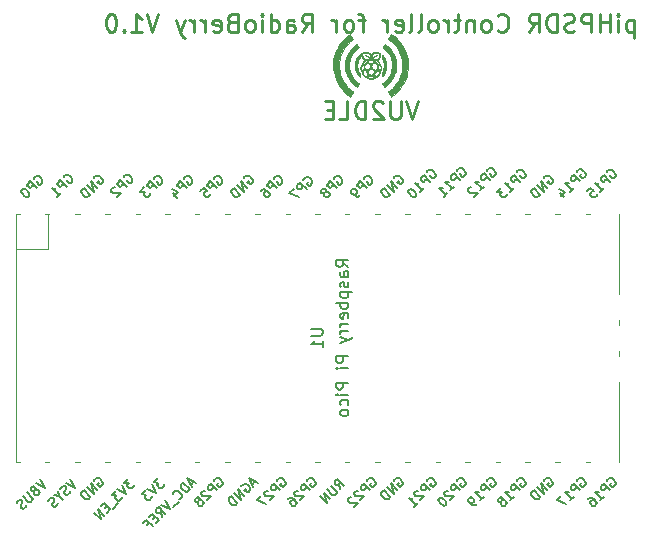
<source format=gbo>
G04 #@! TF.GenerationSoftware,KiCad,Pcbnew,(5.1.5)-3*
G04 #@! TF.CreationDate,2021-07-12T14:21:50+05:30*
G04 #@! TF.ProjectId,RB_Console,52425f43-6f6e-4736-9f6c-652e6b696361,rev?*
G04 #@! TF.SameCoordinates,Original*
G04 #@! TF.FileFunction,Legend,Bot*
G04 #@! TF.FilePolarity,Positive*
%FSLAX46Y46*%
G04 Gerber Fmt 4.6, Leading zero omitted, Abs format (unit mm)*
G04 Created by KiCad (PCBNEW (5.1.5)-3) date 2021-07-12 14:21:50*
%MOMM*%
%LPD*%
G04 APERTURE LIST*
%ADD10C,0.250000*%
%ADD11C,0.010000*%
%ADD12C,0.120000*%
%ADD13C,0.150000*%
G04 APERTURE END LIST*
D10*
X110535714Y-38178571D02*
X110035714Y-39678571D01*
X109535714Y-38178571D01*
X109035714Y-38178571D02*
X109035714Y-39392857D01*
X108964285Y-39535714D01*
X108892857Y-39607142D01*
X108750000Y-39678571D01*
X108464285Y-39678571D01*
X108321428Y-39607142D01*
X108250000Y-39535714D01*
X108178571Y-39392857D01*
X108178571Y-38178571D01*
X107535714Y-38321428D02*
X107464285Y-38250000D01*
X107321428Y-38178571D01*
X106964285Y-38178571D01*
X106821428Y-38250000D01*
X106750000Y-38321428D01*
X106678571Y-38464285D01*
X106678571Y-38607142D01*
X106750000Y-38821428D01*
X107607142Y-39678571D01*
X106678571Y-39678571D01*
X106035714Y-39678571D02*
X106035714Y-38178571D01*
X105678571Y-38178571D01*
X105464285Y-38250000D01*
X105321428Y-38392857D01*
X105250000Y-38535714D01*
X105178571Y-38821428D01*
X105178571Y-39035714D01*
X105250000Y-39321428D01*
X105321428Y-39464285D01*
X105464285Y-39607142D01*
X105678571Y-39678571D01*
X106035714Y-39678571D01*
X103821428Y-39678571D02*
X104535714Y-39678571D01*
X104535714Y-38178571D01*
X103321428Y-38892857D02*
X102821428Y-38892857D01*
X102607142Y-39678571D02*
X103321428Y-39678571D01*
X103321428Y-38178571D01*
X102607142Y-38178571D01*
X128821428Y-31278571D02*
X128821428Y-32778571D01*
X128821428Y-31350000D02*
X128678571Y-31278571D01*
X128392857Y-31278571D01*
X128250000Y-31350000D01*
X128178571Y-31421428D01*
X128107142Y-31564285D01*
X128107142Y-31992857D01*
X128178571Y-32135714D01*
X128250000Y-32207142D01*
X128392857Y-32278571D01*
X128678571Y-32278571D01*
X128821428Y-32207142D01*
X127464285Y-32278571D02*
X127464285Y-31278571D01*
X127464285Y-30778571D02*
X127535714Y-30850000D01*
X127464285Y-30921428D01*
X127392857Y-30850000D01*
X127464285Y-30778571D01*
X127464285Y-30921428D01*
X126750000Y-32278571D02*
X126750000Y-30778571D01*
X126750000Y-31492857D02*
X125892857Y-31492857D01*
X125892857Y-32278571D02*
X125892857Y-30778571D01*
X125178571Y-32278571D02*
X125178571Y-30778571D01*
X124607142Y-30778571D01*
X124464285Y-30850000D01*
X124392857Y-30921428D01*
X124321428Y-31064285D01*
X124321428Y-31278571D01*
X124392857Y-31421428D01*
X124464285Y-31492857D01*
X124607142Y-31564285D01*
X125178571Y-31564285D01*
X123750000Y-32207142D02*
X123535714Y-32278571D01*
X123178571Y-32278571D01*
X123035714Y-32207142D01*
X122964285Y-32135714D01*
X122892857Y-31992857D01*
X122892857Y-31850000D01*
X122964285Y-31707142D01*
X123035714Y-31635714D01*
X123178571Y-31564285D01*
X123464285Y-31492857D01*
X123607142Y-31421428D01*
X123678571Y-31350000D01*
X123750000Y-31207142D01*
X123750000Y-31064285D01*
X123678571Y-30921428D01*
X123607142Y-30850000D01*
X123464285Y-30778571D01*
X123107142Y-30778571D01*
X122892857Y-30850000D01*
X122250000Y-32278571D02*
X122250000Y-30778571D01*
X121892857Y-30778571D01*
X121678571Y-30850000D01*
X121535714Y-30992857D01*
X121464285Y-31135714D01*
X121392857Y-31421428D01*
X121392857Y-31635714D01*
X121464285Y-31921428D01*
X121535714Y-32064285D01*
X121678571Y-32207142D01*
X121892857Y-32278571D01*
X122250000Y-32278571D01*
X119892857Y-32278571D02*
X120392857Y-31564285D01*
X120750000Y-32278571D02*
X120750000Y-30778571D01*
X120178571Y-30778571D01*
X120035714Y-30850000D01*
X119964285Y-30921428D01*
X119892857Y-31064285D01*
X119892857Y-31278571D01*
X119964285Y-31421428D01*
X120035714Y-31492857D01*
X120178571Y-31564285D01*
X120750000Y-31564285D01*
X117250000Y-32135714D02*
X117321428Y-32207142D01*
X117535714Y-32278571D01*
X117678571Y-32278571D01*
X117892857Y-32207142D01*
X118035714Y-32064285D01*
X118107142Y-31921428D01*
X118178571Y-31635714D01*
X118178571Y-31421428D01*
X118107142Y-31135714D01*
X118035714Y-30992857D01*
X117892857Y-30850000D01*
X117678571Y-30778571D01*
X117535714Y-30778571D01*
X117321428Y-30850000D01*
X117250000Y-30921428D01*
X116392857Y-32278571D02*
X116535714Y-32207142D01*
X116607142Y-32135714D01*
X116678571Y-31992857D01*
X116678571Y-31564285D01*
X116607142Y-31421428D01*
X116535714Y-31350000D01*
X116392857Y-31278571D01*
X116178571Y-31278571D01*
X116035714Y-31350000D01*
X115964285Y-31421428D01*
X115892857Y-31564285D01*
X115892857Y-31992857D01*
X115964285Y-32135714D01*
X116035714Y-32207142D01*
X116178571Y-32278571D01*
X116392857Y-32278571D01*
X115250000Y-31278571D02*
X115250000Y-32278571D01*
X115250000Y-31421428D02*
X115178571Y-31350000D01*
X115035714Y-31278571D01*
X114821428Y-31278571D01*
X114678571Y-31350000D01*
X114607142Y-31492857D01*
X114607142Y-32278571D01*
X114107142Y-31278571D02*
X113535714Y-31278571D01*
X113892857Y-30778571D02*
X113892857Y-32064285D01*
X113821428Y-32207142D01*
X113678571Y-32278571D01*
X113535714Y-32278571D01*
X113035714Y-32278571D02*
X113035714Y-31278571D01*
X113035714Y-31564285D02*
X112964285Y-31421428D01*
X112892857Y-31350000D01*
X112750000Y-31278571D01*
X112607142Y-31278571D01*
X111892857Y-32278571D02*
X112035714Y-32207142D01*
X112107142Y-32135714D01*
X112178571Y-31992857D01*
X112178571Y-31564285D01*
X112107142Y-31421428D01*
X112035714Y-31350000D01*
X111892857Y-31278571D01*
X111678571Y-31278571D01*
X111535714Y-31350000D01*
X111464285Y-31421428D01*
X111392857Y-31564285D01*
X111392857Y-31992857D01*
X111464285Y-32135714D01*
X111535714Y-32207142D01*
X111678571Y-32278571D01*
X111892857Y-32278571D01*
X110535714Y-32278571D02*
X110678571Y-32207142D01*
X110749999Y-32064285D01*
X110749999Y-30778571D01*
X109749999Y-32278571D02*
X109892857Y-32207142D01*
X109964285Y-32064285D01*
X109964285Y-30778571D01*
X108607142Y-32207142D02*
X108749999Y-32278571D01*
X109035714Y-32278571D01*
X109178571Y-32207142D01*
X109249999Y-32064285D01*
X109249999Y-31492857D01*
X109178571Y-31350000D01*
X109035714Y-31278571D01*
X108749999Y-31278571D01*
X108607142Y-31350000D01*
X108535714Y-31492857D01*
X108535714Y-31635714D01*
X109249999Y-31778571D01*
X107892857Y-32278571D02*
X107892857Y-31278571D01*
X107892857Y-31564285D02*
X107821428Y-31421428D01*
X107749999Y-31350000D01*
X107607142Y-31278571D01*
X107464285Y-31278571D01*
X106035714Y-31278571D02*
X105464285Y-31278571D01*
X105821428Y-32278571D02*
X105821428Y-30992857D01*
X105749999Y-30850000D01*
X105607142Y-30778571D01*
X105464285Y-30778571D01*
X104749999Y-32278571D02*
X104892857Y-32207142D01*
X104964285Y-32135714D01*
X105035714Y-31992857D01*
X105035714Y-31564285D01*
X104964285Y-31421428D01*
X104892857Y-31350000D01*
X104749999Y-31278571D01*
X104535714Y-31278571D01*
X104392857Y-31350000D01*
X104321428Y-31421428D01*
X104249999Y-31564285D01*
X104249999Y-31992857D01*
X104321428Y-32135714D01*
X104392857Y-32207142D01*
X104535714Y-32278571D01*
X104749999Y-32278571D01*
X103607142Y-32278571D02*
X103607142Y-31278571D01*
X103607142Y-31564285D02*
X103535714Y-31421428D01*
X103464285Y-31350000D01*
X103321428Y-31278571D01*
X103178571Y-31278571D01*
X100678571Y-32278571D02*
X101178571Y-31564285D01*
X101535714Y-32278571D02*
X101535714Y-30778571D01*
X100964285Y-30778571D01*
X100821428Y-30850000D01*
X100749999Y-30921428D01*
X100678571Y-31064285D01*
X100678571Y-31278571D01*
X100749999Y-31421428D01*
X100821428Y-31492857D01*
X100964285Y-31564285D01*
X101535714Y-31564285D01*
X99392857Y-32278571D02*
X99392857Y-31492857D01*
X99464285Y-31350000D01*
X99607142Y-31278571D01*
X99892857Y-31278571D01*
X100035714Y-31350000D01*
X99392857Y-32207142D02*
X99535714Y-32278571D01*
X99892857Y-32278571D01*
X100035714Y-32207142D01*
X100107142Y-32064285D01*
X100107142Y-31921428D01*
X100035714Y-31778571D01*
X99892857Y-31707142D01*
X99535714Y-31707142D01*
X99392857Y-31635714D01*
X98035714Y-32278571D02*
X98035714Y-30778571D01*
X98035714Y-32207142D02*
X98178571Y-32278571D01*
X98464285Y-32278571D01*
X98607142Y-32207142D01*
X98678571Y-32135714D01*
X98749999Y-31992857D01*
X98749999Y-31564285D01*
X98678571Y-31421428D01*
X98607142Y-31350000D01*
X98464285Y-31278571D01*
X98178571Y-31278571D01*
X98035714Y-31350000D01*
X97321428Y-32278571D02*
X97321428Y-31278571D01*
X97321428Y-30778571D02*
X97392857Y-30850000D01*
X97321428Y-30921428D01*
X97249999Y-30850000D01*
X97321428Y-30778571D01*
X97321428Y-30921428D01*
X96392857Y-32278571D02*
X96535714Y-32207142D01*
X96607142Y-32135714D01*
X96678571Y-31992857D01*
X96678571Y-31564285D01*
X96607142Y-31421428D01*
X96535714Y-31350000D01*
X96392857Y-31278571D01*
X96178571Y-31278571D01*
X96035714Y-31350000D01*
X95964285Y-31421428D01*
X95892857Y-31564285D01*
X95892857Y-31992857D01*
X95964285Y-32135714D01*
X96035714Y-32207142D01*
X96178571Y-32278571D01*
X96392857Y-32278571D01*
X94749999Y-31492857D02*
X94535714Y-31564285D01*
X94464285Y-31635714D01*
X94392857Y-31778571D01*
X94392857Y-31992857D01*
X94464285Y-32135714D01*
X94535714Y-32207142D01*
X94678571Y-32278571D01*
X95249999Y-32278571D01*
X95249999Y-30778571D01*
X94749999Y-30778571D01*
X94607142Y-30850000D01*
X94535714Y-30921428D01*
X94464285Y-31064285D01*
X94464285Y-31207142D01*
X94535714Y-31350000D01*
X94607142Y-31421428D01*
X94749999Y-31492857D01*
X95249999Y-31492857D01*
X93178571Y-32207142D02*
X93321428Y-32278571D01*
X93607142Y-32278571D01*
X93749999Y-32207142D01*
X93821428Y-32064285D01*
X93821428Y-31492857D01*
X93749999Y-31350000D01*
X93607142Y-31278571D01*
X93321428Y-31278571D01*
X93178571Y-31350000D01*
X93107142Y-31492857D01*
X93107142Y-31635714D01*
X93821428Y-31778571D01*
X92464285Y-32278571D02*
X92464285Y-31278571D01*
X92464285Y-31564285D02*
X92392857Y-31421428D01*
X92321428Y-31350000D01*
X92178571Y-31278571D01*
X92035714Y-31278571D01*
X91535714Y-32278571D02*
X91535714Y-31278571D01*
X91535714Y-31564285D02*
X91464285Y-31421428D01*
X91392857Y-31350000D01*
X91249999Y-31278571D01*
X91107142Y-31278571D01*
X90749999Y-31278571D02*
X90392857Y-32278571D01*
X90035714Y-31278571D02*
X90392857Y-32278571D01*
X90535714Y-32635714D01*
X90607142Y-32707142D01*
X90749999Y-32778571D01*
X88535714Y-30778571D02*
X88035714Y-32278571D01*
X87535714Y-30778571D01*
X86249999Y-32278571D02*
X87107142Y-32278571D01*
X86678571Y-32278571D02*
X86678571Y-30778571D01*
X86821428Y-30992857D01*
X86964285Y-31135714D01*
X87107142Y-31207142D01*
X85607142Y-32135714D02*
X85535714Y-32207142D01*
X85607142Y-32278571D01*
X85678571Y-32207142D01*
X85607142Y-32135714D01*
X85607142Y-32278571D01*
X84607142Y-30778571D02*
X84464285Y-30778571D01*
X84321428Y-30850000D01*
X84249999Y-30921428D01*
X84178571Y-31064285D01*
X84107142Y-31350000D01*
X84107142Y-31707142D01*
X84178571Y-31992857D01*
X84249999Y-32135714D01*
X84321428Y-32207142D01*
X84464285Y-32278571D01*
X84607142Y-32278571D01*
X84749999Y-32207142D01*
X84821428Y-32135714D01*
X84892857Y-31992857D01*
X84964285Y-31707142D01*
X84964285Y-31350000D01*
X84892857Y-31064285D01*
X84821428Y-30921428D01*
X84749999Y-30850000D01*
X84607142Y-30778571D01*
D11*
G36*
X108119348Y-32686850D02*
G01*
X108077937Y-32750500D01*
X108041759Y-32806585D01*
X108012945Y-32851760D01*
X107993631Y-32882677D01*
X107985949Y-32895989D01*
X107985900Y-32896199D01*
X107995395Y-32905404D01*
X108021129Y-32926484D01*
X108058975Y-32956134D01*
X108097025Y-32985184D01*
X108297598Y-33151776D01*
X108479994Y-33334282D01*
X108643169Y-33531147D01*
X108786079Y-33740819D01*
X108907678Y-33961743D01*
X109006920Y-34192365D01*
X109082761Y-34431130D01*
X109090992Y-34463269D01*
X109124920Y-34616932D01*
X109148384Y-34766510D01*
X109162401Y-34920784D01*
X109167983Y-35088535D01*
X109168180Y-35131750D01*
X109156643Y-35397737D01*
X109122083Y-35653101D01*
X109064359Y-35898172D01*
X108983331Y-36133287D01*
X108878860Y-36358777D01*
X108750806Y-36574976D01*
X108599029Y-36782218D01*
X108423390Y-36980836D01*
X108371397Y-37033485D01*
X108309687Y-37092368D01*
X108240584Y-37154767D01*
X108172101Y-37213641D01*
X108112250Y-37261944D01*
X108106550Y-37266300D01*
X108057940Y-37303774D01*
X108017275Y-37336226D01*
X107988577Y-37360368D01*
X107975866Y-37372913D01*
X107975644Y-37373358D01*
X107980979Y-37386898D01*
X107997971Y-37417278D01*
X108023978Y-37460424D01*
X108056355Y-37512261D01*
X108092459Y-37568716D01*
X108129646Y-37625712D01*
X108165272Y-37679177D01*
X108196693Y-37725035D01*
X108221267Y-37759213D01*
X108236348Y-37777635D01*
X108239307Y-37779700D01*
X108253099Y-37772750D01*
X108282441Y-37754063D01*
X108322372Y-37726878D01*
X108349131Y-37707992D01*
X108565412Y-37537986D01*
X108766846Y-37348362D01*
X108951578Y-37141326D01*
X109117755Y-36919083D01*
X109263522Y-36683841D01*
X109350774Y-36516050D01*
X109463983Y-36252454D01*
X109552825Y-35983869D01*
X109617261Y-35711569D01*
X109657255Y-35436827D01*
X109672769Y-35160915D01*
X109663765Y-34885106D01*
X109630205Y-34610674D01*
X109572052Y-34338891D01*
X109489268Y-34071030D01*
X109427823Y-33912880D01*
X109305156Y-33651750D01*
X109162848Y-33406723D01*
X109000812Y-33177690D01*
X108818959Y-32964540D01*
X108617203Y-32767163D01*
X108395455Y-32585450D01*
X108325723Y-32534475D01*
X108252796Y-32482541D01*
X108119348Y-32686850D01*
G37*
X108119348Y-32686850D02*
X108077937Y-32750500D01*
X108041759Y-32806585D01*
X108012945Y-32851760D01*
X107993631Y-32882677D01*
X107985949Y-32895989D01*
X107985900Y-32896199D01*
X107995395Y-32905404D01*
X108021129Y-32926484D01*
X108058975Y-32956134D01*
X108097025Y-32985184D01*
X108297598Y-33151776D01*
X108479994Y-33334282D01*
X108643169Y-33531147D01*
X108786079Y-33740819D01*
X108907678Y-33961743D01*
X109006920Y-34192365D01*
X109082761Y-34431130D01*
X109090992Y-34463269D01*
X109124920Y-34616932D01*
X109148384Y-34766510D01*
X109162401Y-34920784D01*
X109167983Y-35088535D01*
X109168180Y-35131750D01*
X109156643Y-35397737D01*
X109122083Y-35653101D01*
X109064359Y-35898172D01*
X108983331Y-36133287D01*
X108878860Y-36358777D01*
X108750806Y-36574976D01*
X108599029Y-36782218D01*
X108423390Y-36980836D01*
X108371397Y-37033485D01*
X108309687Y-37092368D01*
X108240584Y-37154767D01*
X108172101Y-37213641D01*
X108112250Y-37261944D01*
X108106550Y-37266300D01*
X108057940Y-37303774D01*
X108017275Y-37336226D01*
X107988577Y-37360368D01*
X107975866Y-37372913D01*
X107975644Y-37373358D01*
X107980979Y-37386898D01*
X107997971Y-37417278D01*
X108023978Y-37460424D01*
X108056355Y-37512261D01*
X108092459Y-37568716D01*
X108129646Y-37625712D01*
X108165272Y-37679177D01*
X108196693Y-37725035D01*
X108221267Y-37759213D01*
X108236348Y-37777635D01*
X108239307Y-37779700D01*
X108253099Y-37772750D01*
X108282441Y-37754063D01*
X108322372Y-37726878D01*
X108349131Y-37707992D01*
X108565412Y-37537986D01*
X108766846Y-37348362D01*
X108951578Y-37141326D01*
X109117755Y-36919083D01*
X109263522Y-36683841D01*
X109350774Y-36516050D01*
X109463983Y-36252454D01*
X109552825Y-35983869D01*
X109617261Y-35711569D01*
X109657255Y-35436827D01*
X109672769Y-35160915D01*
X109663765Y-34885106D01*
X109630205Y-34610674D01*
X109572052Y-34338891D01*
X109489268Y-34071030D01*
X109427823Y-33912880D01*
X109305156Y-33651750D01*
X109162848Y-33406723D01*
X109000812Y-33177690D01*
X108818959Y-32964540D01*
X108617203Y-32767163D01*
X108395455Y-32585450D01*
X108325723Y-32534475D01*
X108252796Y-32482541D01*
X108119348Y-32686850D01*
G36*
X104731058Y-32503768D02*
G01*
X104700356Y-32523717D01*
X104657624Y-32553566D01*
X104606921Y-32590531D01*
X104589547Y-32603505D01*
X104376597Y-32779172D01*
X104180856Y-32972805D01*
X104003157Y-33182955D01*
X103844333Y-33408171D01*
X103705217Y-33647003D01*
X103586642Y-33898001D01*
X103489443Y-34159714D01*
X103414451Y-34430693D01*
X103362501Y-34709488D01*
X103357222Y-34748225D01*
X103348709Y-34834264D01*
X103342653Y-34938256D01*
X103339123Y-35052870D01*
X103338187Y-35170771D01*
X103339912Y-35284625D01*
X103344367Y-35387101D01*
X103350590Y-35461950D01*
X103391974Y-35727206D01*
X103456305Y-35989587D01*
X103542343Y-36246649D01*
X103648851Y-36495947D01*
X103774588Y-36735039D01*
X103918316Y-36961481D01*
X104078796Y-37172827D01*
X104254789Y-37366635D01*
X104372750Y-37478342D01*
X104419295Y-37518596D01*
X104473605Y-37563608D01*
X104532050Y-37610591D01*
X104590998Y-37656758D01*
X104646821Y-37699322D01*
X104695887Y-37735497D01*
X104734567Y-37762497D01*
X104759230Y-37777533D01*
X104765342Y-37779700D01*
X104774568Y-37769589D01*
X104795343Y-37741430D01*
X104825389Y-37698482D01*
X104862429Y-37644004D01*
X104904188Y-37581257D01*
X104907863Y-37575675D01*
X104949210Y-37512319D01*
X104984928Y-37456617D01*
X105012955Y-37411864D01*
X105031230Y-37381357D01*
X105037692Y-37368391D01*
X105037618Y-37368192D01*
X105026090Y-37359640D01*
X104998871Y-37339566D01*
X104960737Y-37311489D01*
X104937900Y-37294691D01*
X104732023Y-37128108D01*
X104545910Y-36946228D01*
X104380114Y-36750280D01*
X104235188Y-36541491D01*
X104111685Y-36321088D01*
X104010158Y-36090298D01*
X103931159Y-35850349D01*
X103875240Y-35602468D01*
X103842956Y-35347883D01*
X103834857Y-35087820D01*
X103846646Y-34871400D01*
X103882727Y-34618290D01*
X103942905Y-34371288D01*
X104026283Y-34131985D01*
X104131963Y-33901974D01*
X104259048Y-33682848D01*
X104406639Y-33476198D01*
X104573839Y-33283617D01*
X104759750Y-33106697D01*
X104909522Y-32986288D01*
X105024591Y-32900359D01*
X104953904Y-32790504D01*
X104891400Y-32694126D01*
X104841104Y-32618320D01*
X104802158Y-32561876D01*
X104773707Y-32523584D01*
X104754892Y-32502234D01*
X104745669Y-32496500D01*
X104731058Y-32503768D01*
G37*
X104731058Y-32503768D02*
X104700356Y-32523717D01*
X104657624Y-32553566D01*
X104606921Y-32590531D01*
X104589547Y-32603505D01*
X104376597Y-32779172D01*
X104180856Y-32972805D01*
X104003157Y-33182955D01*
X103844333Y-33408171D01*
X103705217Y-33647003D01*
X103586642Y-33898001D01*
X103489443Y-34159714D01*
X103414451Y-34430693D01*
X103362501Y-34709488D01*
X103357222Y-34748225D01*
X103348709Y-34834264D01*
X103342653Y-34938256D01*
X103339123Y-35052870D01*
X103338187Y-35170771D01*
X103339912Y-35284625D01*
X103344367Y-35387101D01*
X103350590Y-35461950D01*
X103391974Y-35727206D01*
X103456305Y-35989587D01*
X103542343Y-36246649D01*
X103648851Y-36495947D01*
X103774588Y-36735039D01*
X103918316Y-36961481D01*
X104078796Y-37172827D01*
X104254789Y-37366635D01*
X104372750Y-37478342D01*
X104419295Y-37518596D01*
X104473605Y-37563608D01*
X104532050Y-37610591D01*
X104590998Y-37656758D01*
X104646821Y-37699322D01*
X104695887Y-37735497D01*
X104734567Y-37762497D01*
X104759230Y-37777533D01*
X104765342Y-37779700D01*
X104774568Y-37769589D01*
X104795343Y-37741430D01*
X104825389Y-37698482D01*
X104862429Y-37644004D01*
X104904188Y-37581257D01*
X104907863Y-37575675D01*
X104949210Y-37512319D01*
X104984928Y-37456617D01*
X105012955Y-37411864D01*
X105031230Y-37381357D01*
X105037692Y-37368391D01*
X105037618Y-37368192D01*
X105026090Y-37359640D01*
X104998871Y-37339566D01*
X104960737Y-37311489D01*
X104937900Y-37294691D01*
X104732023Y-37128108D01*
X104545910Y-36946228D01*
X104380114Y-36750280D01*
X104235188Y-36541491D01*
X104111685Y-36321088D01*
X104010158Y-36090298D01*
X103931159Y-35850349D01*
X103875240Y-35602468D01*
X103842956Y-35347883D01*
X103834857Y-35087820D01*
X103846646Y-34871400D01*
X103882727Y-34618290D01*
X103942905Y-34371288D01*
X104026283Y-34131985D01*
X104131963Y-33901974D01*
X104259048Y-33682848D01*
X104406639Y-33476198D01*
X104573839Y-33283617D01*
X104759750Y-33106697D01*
X104909522Y-32986288D01*
X105024591Y-32900359D01*
X104953904Y-32790504D01*
X104891400Y-32694126D01*
X104841104Y-32618320D01*
X104802158Y-32561876D01*
X104773707Y-32523584D01*
X104754892Y-32502234D01*
X104745669Y-32496500D01*
X104731058Y-32503768D01*
G36*
X107693032Y-33344497D02*
G01*
X107673419Y-33370662D01*
X107646482Y-33408351D01*
X107615548Y-33452721D01*
X107583943Y-33498928D01*
X107554991Y-33542129D01*
X107532019Y-33577481D01*
X107518353Y-33600142D01*
X107516000Y-33605566D01*
X107525388Y-33614961D01*
X107550547Y-33635957D01*
X107586976Y-33664855D01*
X107608075Y-33681164D01*
X107757973Y-33810572D01*
X107894498Y-33957551D01*
X108015453Y-34118662D01*
X108118639Y-34290467D01*
X108201858Y-34469527D01*
X108262911Y-34652404D01*
X108282877Y-34736524D01*
X108315166Y-34952887D01*
X108322926Y-35167765D01*
X108306506Y-35379450D01*
X108266252Y-35586230D01*
X108202511Y-35786397D01*
X108115629Y-35978240D01*
X108005954Y-36160050D01*
X107989221Y-36184013D01*
X107938950Y-36248858D01*
X107875239Y-36322174D01*
X107803534Y-36398415D01*
X107729281Y-36472033D01*
X107657923Y-36537480D01*
X107594908Y-36589209D01*
X107582572Y-36598292D01*
X107544850Y-36626585D01*
X107516865Y-36649944D01*
X107503706Y-36664063D01*
X107503300Y-36665391D01*
X107509796Y-36678316D01*
X107527153Y-36706954D01*
X107552176Y-36746450D01*
X107581671Y-36791947D01*
X107612444Y-36838589D01*
X107641300Y-36881520D01*
X107665044Y-36915883D01*
X107680483Y-36936823D01*
X107684560Y-36940933D01*
X107695666Y-36934014D01*
X107721229Y-36916783D01*
X107744600Y-36900675D01*
X107905354Y-36775618D01*
X108058496Y-36629955D01*
X108199383Y-36468303D01*
X108260368Y-36387670D01*
X108310927Y-36311052D01*
X108365507Y-36217289D01*
X108420531Y-36113474D01*
X108472420Y-36006699D01*
X108517597Y-35904058D01*
X108552486Y-35812642D01*
X108556603Y-35800360D01*
X108616382Y-35578225D01*
X108651672Y-35353354D01*
X108662953Y-35127668D01*
X108650704Y-34903085D01*
X108615403Y-34681526D01*
X108557529Y-34464910D01*
X108477561Y-34255157D01*
X108375979Y-34054186D01*
X108253260Y-33863917D01*
X108109885Y-33686271D01*
X108001197Y-33574009D01*
X107949248Y-33525769D01*
X107893969Y-33477174D01*
X107839155Y-33431258D01*
X107788598Y-33391055D01*
X107746091Y-33359598D01*
X107715426Y-33339921D01*
X107701997Y-33334700D01*
X107693032Y-33344497D01*
G37*
X107693032Y-33344497D02*
X107673419Y-33370662D01*
X107646482Y-33408351D01*
X107615548Y-33452721D01*
X107583943Y-33498928D01*
X107554991Y-33542129D01*
X107532019Y-33577481D01*
X107518353Y-33600142D01*
X107516000Y-33605566D01*
X107525388Y-33614961D01*
X107550547Y-33635957D01*
X107586976Y-33664855D01*
X107608075Y-33681164D01*
X107757973Y-33810572D01*
X107894498Y-33957551D01*
X108015453Y-34118662D01*
X108118639Y-34290467D01*
X108201858Y-34469527D01*
X108262911Y-34652404D01*
X108282877Y-34736524D01*
X108315166Y-34952887D01*
X108322926Y-35167765D01*
X108306506Y-35379450D01*
X108266252Y-35586230D01*
X108202511Y-35786397D01*
X108115629Y-35978240D01*
X108005954Y-36160050D01*
X107989221Y-36184013D01*
X107938950Y-36248858D01*
X107875239Y-36322174D01*
X107803534Y-36398415D01*
X107729281Y-36472033D01*
X107657923Y-36537480D01*
X107594908Y-36589209D01*
X107582572Y-36598292D01*
X107544850Y-36626585D01*
X107516865Y-36649944D01*
X107503706Y-36664063D01*
X107503300Y-36665391D01*
X107509796Y-36678316D01*
X107527153Y-36706954D01*
X107552176Y-36746450D01*
X107581671Y-36791947D01*
X107612444Y-36838589D01*
X107641300Y-36881520D01*
X107665044Y-36915883D01*
X107680483Y-36936823D01*
X107684560Y-36940933D01*
X107695666Y-36934014D01*
X107721229Y-36916783D01*
X107744600Y-36900675D01*
X107905354Y-36775618D01*
X108058496Y-36629955D01*
X108199383Y-36468303D01*
X108260368Y-36387670D01*
X108310927Y-36311052D01*
X108365507Y-36217289D01*
X108420531Y-36113474D01*
X108472420Y-36006699D01*
X108517597Y-35904058D01*
X108552486Y-35812642D01*
X108556603Y-35800360D01*
X108616382Y-35578225D01*
X108651672Y-35353354D01*
X108662953Y-35127668D01*
X108650704Y-34903085D01*
X108615403Y-34681526D01*
X108557529Y-34464910D01*
X108477561Y-34255157D01*
X108375979Y-34054186D01*
X108253260Y-33863917D01*
X108109885Y-33686271D01*
X108001197Y-33574009D01*
X107949248Y-33525769D01*
X107893969Y-33477174D01*
X107839155Y-33431258D01*
X107788598Y-33391055D01*
X107746091Y-33359598D01*
X107715426Y-33339921D01*
X107701997Y-33334700D01*
X107693032Y-33344497D01*
G36*
X105290192Y-33341992D02*
G01*
X105261831Y-33361035D01*
X105223849Y-33388476D01*
X105208448Y-33400009D01*
X105032328Y-33546857D01*
X104877609Y-33705636D01*
X104742018Y-33879078D01*
X104623281Y-34069914D01*
X104575826Y-34160026D01*
X104480914Y-34376962D01*
X104410687Y-34598129D01*
X104365052Y-34822161D01*
X104343918Y-35047692D01*
X104347194Y-35273358D01*
X104374786Y-35497791D01*
X104426605Y-35719628D01*
X104502558Y-35937502D01*
X104602553Y-36150048D01*
X104722870Y-36350489D01*
X104785742Y-36436999D01*
X104860939Y-36528296D01*
X104944264Y-36620174D01*
X105031521Y-36708426D01*
X105118512Y-36788849D01*
X105201041Y-36857235D01*
X105274912Y-36909381D01*
X105289263Y-36918068D01*
X105325250Y-36939087D01*
X105418204Y-36799355D01*
X105452226Y-36747614D01*
X105480035Y-36704178D01*
X105499153Y-36673003D01*
X105507106Y-36658043D01*
X105507104Y-36657317D01*
X105470646Y-36632888D01*
X105421272Y-36594690D01*
X105363951Y-36546989D01*
X105303653Y-36494051D01*
X105245348Y-36440142D01*
X105194006Y-36389528D01*
X105188518Y-36383847D01*
X105047432Y-36219875D01*
X104929538Y-36045817D01*
X104834320Y-35860709D01*
X104761264Y-35663583D01*
X104720399Y-35505849D01*
X104704405Y-35407462D01*
X104694083Y-35292382D01*
X104689443Y-35168046D01*
X104690495Y-35041889D01*
X104697248Y-34921349D01*
X104709712Y-34813860D01*
X104719425Y-34761057D01*
X104777504Y-34549609D01*
X104856964Y-34351764D01*
X104958161Y-34166875D01*
X105081451Y-33994292D01*
X105227190Y-33833366D01*
X105230604Y-33830000D01*
X105281718Y-33781422D01*
X105334707Y-33733943D01*
X105382543Y-33693716D01*
X105411874Y-33671250D01*
X105447682Y-33644232D01*
X105473442Y-33621738D01*
X105483715Y-33608530D01*
X105483727Y-33608347D01*
X105477257Y-33593255D01*
X105459770Y-33562845D01*
X105434535Y-33522085D01*
X105404825Y-33475945D01*
X105373911Y-33429394D01*
X105345066Y-33387399D01*
X105321560Y-33354931D01*
X105306666Y-33336959D01*
X105303698Y-33334924D01*
X105290192Y-33341992D01*
G37*
X105290192Y-33341992D02*
X105261831Y-33361035D01*
X105223849Y-33388476D01*
X105208448Y-33400009D01*
X105032328Y-33546857D01*
X104877609Y-33705636D01*
X104742018Y-33879078D01*
X104623281Y-34069914D01*
X104575826Y-34160026D01*
X104480914Y-34376962D01*
X104410687Y-34598129D01*
X104365052Y-34822161D01*
X104343918Y-35047692D01*
X104347194Y-35273358D01*
X104374786Y-35497791D01*
X104426605Y-35719628D01*
X104502558Y-35937502D01*
X104602553Y-36150048D01*
X104722870Y-36350489D01*
X104785742Y-36436999D01*
X104860939Y-36528296D01*
X104944264Y-36620174D01*
X105031521Y-36708426D01*
X105118512Y-36788849D01*
X105201041Y-36857235D01*
X105274912Y-36909381D01*
X105289263Y-36918068D01*
X105325250Y-36939087D01*
X105418204Y-36799355D01*
X105452226Y-36747614D01*
X105480035Y-36704178D01*
X105499153Y-36673003D01*
X105507106Y-36658043D01*
X105507104Y-36657317D01*
X105470646Y-36632888D01*
X105421272Y-36594690D01*
X105363951Y-36546989D01*
X105303653Y-36494051D01*
X105245348Y-36440142D01*
X105194006Y-36389528D01*
X105188518Y-36383847D01*
X105047432Y-36219875D01*
X104929538Y-36045817D01*
X104834320Y-35860709D01*
X104761264Y-35663583D01*
X104720399Y-35505849D01*
X104704405Y-35407462D01*
X104694083Y-35292382D01*
X104689443Y-35168046D01*
X104690495Y-35041889D01*
X104697248Y-34921349D01*
X104709712Y-34813860D01*
X104719425Y-34761057D01*
X104777504Y-34549609D01*
X104856964Y-34351764D01*
X104958161Y-34166875D01*
X105081451Y-33994292D01*
X105227190Y-33833366D01*
X105230604Y-33830000D01*
X105281718Y-33781422D01*
X105334707Y-33733943D01*
X105382543Y-33693716D01*
X105411874Y-33671250D01*
X105447682Y-33644232D01*
X105473442Y-33621738D01*
X105483715Y-33608530D01*
X105483727Y-33608347D01*
X105477257Y-33593255D01*
X105459770Y-33562845D01*
X105434535Y-33522085D01*
X105404825Y-33475945D01*
X105373911Y-33429394D01*
X105345066Y-33387399D01*
X105321560Y-33354931D01*
X105306666Y-33336959D01*
X105303698Y-33334924D01*
X105290192Y-33341992D01*
G36*
X106074590Y-34006257D02*
G01*
X106023064Y-34009435D01*
X105971392Y-34014671D01*
X105926543Y-34021168D01*
X105895487Y-34028129D01*
X105885908Y-34032612D01*
X105863527Y-34043124D01*
X105842195Y-34045900D01*
X105809757Y-34051785D01*
X105773134Y-34066022D01*
X105771710Y-34066754D01*
X105738976Y-34083578D01*
X105713785Y-34096167D01*
X105712600Y-34096738D01*
X105701002Y-34110652D01*
X105695539Y-34141146D01*
X105694923Y-34180659D01*
X105696947Y-34226917D01*
X105700702Y-34266674D01*
X105703825Y-34284574D01*
X105720818Y-34341775D01*
X105739431Y-34390754D01*
X105756702Y-34423906D01*
X105759679Y-34427900D01*
X105773565Y-34454351D01*
X105776100Y-34468253D01*
X105785394Y-34489881D01*
X105807751Y-34513452D01*
X105807850Y-34513531D01*
X105830075Y-34535129D01*
X105839595Y-34552549D01*
X105839600Y-34552825D01*
X105849925Y-34568097D01*
X105871172Y-34581529D01*
X105902811Y-34603651D01*
X105922265Y-34625707D01*
X105942801Y-34647691D01*
X105960543Y-34655500D01*
X105977582Y-34660395D01*
X105972067Y-34675285D01*
X105943810Y-34700476D01*
X105923772Y-34715150D01*
X105871151Y-34766254D01*
X105829124Y-34835145D01*
X105801142Y-34915240D01*
X105792571Y-34965536D01*
X105786202Y-35009249D01*
X105774894Y-35037896D01*
X105753412Y-35061808D01*
X105736858Y-35075504D01*
X105702928Y-35109902D01*
X105670219Y-35154984D01*
X105656257Y-35179909D01*
X105623106Y-35270447D01*
X105614763Y-35357014D01*
X105631371Y-35441699D01*
X105673071Y-35526590D01*
X105680610Y-35538150D01*
X105703576Y-35579590D01*
X105729061Y-35637084D01*
X105753421Y-35702040D01*
X105764152Y-35735000D01*
X105784953Y-35796422D01*
X105808105Y-35854814D01*
X105830232Y-35902072D01*
X105842510Y-35923047D01*
X105869986Y-35956903D01*
X105905257Y-35992040D01*
X105942130Y-36023186D01*
X105974411Y-36045073D01*
X105994651Y-36052500D01*
X106010678Y-36059845D01*
X106038093Y-36078459D01*
X106053070Y-36089986D01*
X106092100Y-36117121D01*
X106140888Y-36145702D01*
X106169800Y-36160415D01*
X106221946Y-36187770D01*
X106276513Y-36220535D01*
X106301158Y-36237088D01*
X106363966Y-36273688D01*
X106433533Y-36301326D01*
X106500030Y-36316524D01*
X106530881Y-36318342D01*
X106567443Y-36314413D01*
X106612945Y-36305562D01*
X106629500Y-36301427D01*
X106678071Y-36283379D01*
X106727787Y-36257546D01*
X106742012Y-36248309D01*
X106779713Y-36223552D01*
X106829561Y-36193013D01*
X106881330Y-36162942D01*
X106885773Y-36160450D01*
X106986796Y-36102545D01*
X107009836Y-36088125D01*
X106772780Y-36088125D01*
X106770886Y-36117099D01*
X106747019Y-36150807D01*
X106703484Y-36186519D01*
X106674427Y-36204637D01*
X106594469Y-36236595D01*
X106510921Y-36244031D01*
X106427097Y-36226868D01*
X106390658Y-36211341D01*
X106336243Y-36179573D01*
X106294789Y-36146134D01*
X106269486Y-36114376D01*
X106263524Y-36087653D01*
X106266282Y-36080613D01*
X106294902Y-36053398D01*
X106342225Y-36029704D01*
X106401565Y-36012292D01*
X106449222Y-36005079D01*
X106512150Y-36003952D01*
X106578705Y-36010366D01*
X106643336Y-36022897D01*
X106700487Y-36040120D01*
X106744608Y-36060609D01*
X106770143Y-36082940D01*
X106772780Y-36088125D01*
X107009836Y-36088125D01*
X107067689Y-36051918D01*
X107131425Y-36005293D01*
X107180977Y-35959394D01*
X107219319Y-35910942D01*
X107249425Y-35856662D01*
X107274266Y-35793276D01*
X107296816Y-35717508D01*
X107300612Y-35703250D01*
X107300712Y-35702916D01*
X107210942Y-35702916D01*
X107203723Y-35760671D01*
X107184914Y-35820035D01*
X107154708Y-35876912D01*
X107113294Y-35927207D01*
X107103075Y-35936650D01*
X107043469Y-35979654D01*
X106983596Y-36006175D01*
X106927827Y-36015288D01*
X106880538Y-36006068D01*
X106855600Y-35989000D01*
X106837613Y-35955417D01*
X106830370Y-35906508D01*
X106833893Y-35849973D01*
X106848202Y-35793508D01*
X106855026Y-35776794D01*
X106891312Y-35716730D01*
X106931280Y-35672334D01*
X106779122Y-35672334D01*
X106766754Y-35739430D01*
X106733345Y-35802954D01*
X106683152Y-35857075D01*
X106620435Y-35895957D01*
X106613921Y-35898670D01*
X106565213Y-35909444D01*
X106504360Y-35911090D01*
X106442721Y-35904105D01*
X106406628Y-35893420D01*
X106226506Y-35893420D01*
X106220863Y-35945236D01*
X106200009Y-35983607D01*
X106178922Y-35999079D01*
X106127281Y-36012122D01*
X106067537Y-36009094D01*
X106024745Y-35996584D01*
X105970205Y-35964433D01*
X105916029Y-35916935D01*
X105871140Y-35862654D01*
X105853043Y-35831782D01*
X105834392Y-35775919D01*
X105826666Y-35713153D01*
X105829138Y-35649786D01*
X105841082Y-35592119D01*
X105861770Y-35546453D01*
X105889035Y-35519830D01*
X105924822Y-35514264D01*
X105970154Y-35527622D01*
X106021110Y-35557290D01*
X106073769Y-35600655D01*
X106124208Y-35655107D01*
X106155290Y-35697208D01*
X106193407Y-35765415D01*
X106217249Y-35832149D01*
X106226506Y-35893420D01*
X106406628Y-35893420D01*
X106391657Y-35888988D01*
X106391525Y-35888928D01*
X106331099Y-35848638D01*
X106284020Y-35791776D01*
X106254498Y-35724835D01*
X106246350Y-35665150D01*
X106258272Y-35609783D01*
X106289834Y-35553942D01*
X106336041Y-35503335D01*
X106391896Y-35463669D01*
X106440254Y-35443626D01*
X106514983Y-35433885D01*
X106587683Y-35444451D01*
X106654227Y-35472538D01*
X106710492Y-35515363D01*
X106752353Y-35570143D01*
X106775683Y-35634093D01*
X106779122Y-35672334D01*
X106931280Y-35672334D01*
X106940950Y-35661593D01*
X106998255Y-35615821D01*
X107057544Y-35583850D01*
X107113133Y-35570115D01*
X107120123Y-35569900D01*
X107161163Y-35580261D01*
X107189852Y-35608615D01*
X107206382Y-35650865D01*
X107210942Y-35702916D01*
X107300712Y-35702916D01*
X107318407Y-35644283D01*
X107339461Y-35587358D01*
X107360040Y-35542269D01*
X107366000Y-35531800D01*
X107402271Y-35451570D01*
X107418282Y-35364897D01*
X107417563Y-35352386D01*
X107355043Y-35352386D01*
X107341562Y-35433399D01*
X107305570Y-35509693D01*
X107305112Y-35510392D01*
X107280232Y-35542332D01*
X107259342Y-35551315D01*
X107237507Y-35537199D01*
X107215113Y-35507812D01*
X107194151Y-35465957D01*
X107177819Y-35412109D01*
X107166292Y-35351056D01*
X107159747Y-35287583D01*
X107158654Y-35239471D01*
X107069131Y-35239471D01*
X107063812Y-35311494D01*
X107043847Y-35365956D01*
X106999493Y-35427059D01*
X106943107Y-35466753D01*
X106877449Y-35484278D01*
X106805279Y-35478872D01*
X106732918Y-35451658D01*
X106682522Y-35413923D01*
X106636664Y-35358787D01*
X106601552Y-35294193D01*
X106593888Y-35273697D01*
X106577918Y-35195167D01*
X106579037Y-35173959D01*
X106462961Y-35173959D01*
X106452862Y-35244810D01*
X106425085Y-35314526D01*
X106378776Y-35379241D01*
X106375950Y-35382286D01*
X106313583Y-35432576D01*
X106241670Y-35459902D01*
X106160366Y-35465225D01*
X106113150Y-35460871D01*
X106081307Y-35451861D01*
X106054822Y-35434428D01*
X106038322Y-35419313D01*
X105992991Y-35358982D01*
X105970826Y-35288836D01*
X105971963Y-35210573D01*
X105912769Y-35210573D01*
X105911764Y-35273753D01*
X105904039Y-35341064D01*
X105889915Y-35407512D01*
X105869716Y-35468103D01*
X105845174Y-35515717D01*
X105822753Y-35539321D01*
X105799511Y-35540126D01*
X105773083Y-35517512D01*
X105754371Y-35491928D01*
X105725310Y-35427507D01*
X105712636Y-35352404D01*
X105716877Y-35275780D01*
X105737957Y-35208040D01*
X105762968Y-35168635D01*
X105795524Y-35133339D01*
X105829733Y-35107079D01*
X105859704Y-35094780D01*
X105872245Y-35095750D01*
X105893332Y-35116578D01*
X105906732Y-35156516D01*
X105912769Y-35210573D01*
X105971963Y-35210573D01*
X105971975Y-35209798D01*
X105992470Y-35133411D01*
X106030998Y-35060827D01*
X106084848Y-35002238D01*
X106149619Y-34960654D01*
X106220912Y-34939085D01*
X106278096Y-34938077D01*
X106343610Y-34956578D01*
X106395706Y-34993284D01*
X106433531Y-35044328D01*
X106456233Y-35105843D01*
X106462961Y-35173959D01*
X106579037Y-35173959D01*
X106581792Y-35121759D01*
X106603535Y-35056948D01*
X106641174Y-35004207D01*
X106692734Y-34967011D01*
X106756242Y-34948833D01*
X106779178Y-34947600D01*
X106852894Y-34959113D01*
X106919901Y-34990927D01*
X106977613Y-35038957D01*
X107023446Y-35099116D01*
X107054814Y-35167316D01*
X107069131Y-35239471D01*
X107158654Y-35239471D01*
X107158358Y-35226476D01*
X107162302Y-35172520D01*
X107171753Y-35130502D01*
X107186887Y-35105208D01*
X107200162Y-35100000D01*
X107225998Y-35109500D01*
X107258940Y-35133944D01*
X107291852Y-35167243D01*
X107313892Y-35197015D01*
X107345868Y-35271857D01*
X107355043Y-35352386D01*
X107417563Y-35352386D01*
X107413828Y-35287498D01*
X107394590Y-35217157D01*
X107362854Y-35156020D01*
X107313608Y-35094728D01*
X107306647Y-35087300D01*
X107274348Y-35049980D01*
X107256303Y-35017527D01*
X107250136Y-34991682D01*
X107182627Y-34991682D01*
X107174415Y-35018250D01*
X107161620Y-35023800D01*
X107146777Y-35017351D01*
X107116920Y-35000351D01*
X107078185Y-34976313D01*
X107073550Y-34973329D01*
X107031964Y-34943610D01*
X106985279Y-34905733D01*
X106937312Y-34863391D01*
X106891880Y-34820275D01*
X106888099Y-34816386D01*
X106757937Y-34816386D01*
X106736114Y-34851501D01*
X106713289Y-34873704D01*
X106657389Y-34907627D01*
X106585836Y-34928130D01*
X106505139Y-34934207D01*
X106421805Y-34924849D01*
X106406206Y-34921241D01*
X106343149Y-34897567D01*
X106301080Y-34865050D01*
X106281001Y-34826142D01*
X106283914Y-34783295D01*
X106310821Y-34738962D01*
X106325105Y-34724498D01*
X106258700Y-34724498D01*
X106249562Y-34743243D01*
X106224765Y-34774238D01*
X106188236Y-34813561D01*
X106143905Y-34857293D01*
X106095699Y-34901511D01*
X106047545Y-34942294D01*
X106016455Y-34966343D01*
X105962589Y-35002597D01*
X105924260Y-35019926D01*
X105900066Y-35018334D01*
X105888608Y-34997824D01*
X105887749Y-34966650D01*
X105904608Y-34882005D01*
X105941832Y-34812525D01*
X105999546Y-34758022D01*
X106049150Y-34730060D01*
X106087513Y-34717410D01*
X106133197Y-34709288D01*
X106179676Y-34705867D01*
X106220425Y-34707321D01*
X106248919Y-34713823D01*
X106258700Y-34724498D01*
X106325105Y-34724498D01*
X106325594Y-34724003D01*
X106391487Y-34679392D01*
X106465842Y-34655196D01*
X106543418Y-34651141D01*
X106618978Y-34666955D01*
X106687283Y-34702364D01*
X106733750Y-34745289D01*
X106756908Y-34782498D01*
X106757937Y-34816386D01*
X106888099Y-34816386D01*
X106852798Y-34780078D01*
X106823882Y-34746492D01*
X106808949Y-34723209D01*
X106807983Y-34716382D01*
X106822876Y-34706241D01*
X106859831Y-34701413D01*
X106894952Y-34700954D01*
X106983420Y-34712877D01*
X107057656Y-34745480D01*
X107116229Y-34797540D01*
X107157711Y-34867833D01*
X107178966Y-34943958D01*
X107182627Y-34991682D01*
X107250136Y-34991682D01*
X107247057Y-34978783D01*
X107244793Y-34960791D01*
X107227189Y-34882242D01*
X107194264Y-34808028D01*
X107150042Y-34745757D01*
X107113552Y-34712650D01*
X107076271Y-34683568D01*
X107061009Y-34665153D01*
X107067181Y-34656476D01*
X107077558Y-34655500D01*
X107097528Y-34645748D01*
X107116794Y-34624245D01*
X107140258Y-34598436D01*
X107162264Y-34585058D01*
X107187312Y-34567616D01*
X107199716Y-34549638D01*
X107213680Y-34524313D01*
X107236708Y-34487665D01*
X107256138Y-34458795D01*
X107279895Y-34420093D01*
X107295858Y-34385536D01*
X107300100Y-34367469D01*
X107304672Y-34342206D01*
X107311397Y-34332517D01*
X107322808Y-34313223D01*
X107331080Y-34276367D01*
X107335877Y-34229632D01*
X107335935Y-34226720D01*
X107282875Y-34226720D01*
X107278457Y-34236719D01*
X107258825Y-34255242D01*
X107232767Y-34281072D01*
X107224720Y-34295939D01*
X107235505Y-34297768D01*
X107242950Y-34295307D01*
X107258771Y-34292236D01*
X107258812Y-34302757D01*
X107242670Y-34329324D01*
X107235736Y-34339214D01*
X107220315Y-34365297D01*
X107222794Y-34375988D01*
X107226211Y-34376501D01*
X107228566Y-34383809D01*
X107214321Y-34401630D01*
X107205973Y-34409408D01*
X107183237Y-34432727D01*
X107180205Y-34447019D01*
X107185624Y-34452190D01*
X107189373Y-34462686D01*
X107171397Y-34478006D01*
X107152752Y-34488572D01*
X107126680Y-34504044D01*
X107116658Y-34513701D01*
X107119125Y-34515238D01*
X107134815Y-34520847D01*
X107130343Y-34533089D01*
X107108593Y-34547920D01*
X107090217Y-34555749D01*
X107060350Y-34571075D01*
X107051256Y-34586667D01*
X107051718Y-34588321D01*
X107047472Y-34600006D01*
X107021283Y-34604560D01*
X107012593Y-34604700D01*
X106982521Y-34607117D01*
X106972921Y-34615902D01*
X106974493Y-34623750D01*
X106969465Y-34636947D01*
X106944180Y-34642771D01*
X106902728Y-34641090D01*
X106849198Y-34631773D01*
X106834375Y-34628227D01*
X106793873Y-34611999D01*
X106752840Y-34586053D01*
X106717809Y-34555748D01*
X106695311Y-34526441D01*
X106690500Y-34510203D01*
X106700771Y-34489596D01*
X106729150Y-34458927D01*
X106771987Y-34421239D01*
X106825632Y-34379575D01*
X106886434Y-34336978D01*
X106936793Y-34304872D01*
X106980211Y-34277557D01*
X107010396Y-34256799D01*
X107024360Y-34244792D01*
X107020700Y-34243253D01*
X106985631Y-34256494D01*
X106935728Y-34279731D01*
X106877642Y-34309412D01*
X106818023Y-34341981D01*
X106763521Y-34373886D01*
X106720787Y-34401572D01*
X106710845Y-34408837D01*
X106669756Y-34435943D01*
X106639600Y-34443427D01*
X106615093Y-34431215D01*
X106596012Y-34407230D01*
X106578733Y-34358685D01*
X106579148Y-34349728D01*
X106465533Y-34349728D01*
X106457928Y-34389765D01*
X106434275Y-34422906D01*
X106430151Y-34426899D01*
X106399754Y-34455456D01*
X106338752Y-34410938D01*
X106305009Y-34388588D01*
X106260164Y-34361987D01*
X106209143Y-34333674D01*
X106156872Y-34306191D01*
X106108278Y-34282078D01*
X106068284Y-34263876D01*
X106041819Y-34254125D01*
X106033946Y-34253721D01*
X106039859Y-34262743D01*
X106062275Y-34277416D01*
X106070195Y-34281635D01*
X106113318Y-34306355D01*
X106166013Y-34340404D01*
X106221371Y-34378891D01*
X106272482Y-34416924D01*
X106312437Y-34449613D01*
X106327153Y-34463541D01*
X106348742Y-34491598D01*
X106352427Y-34516659D01*
X106337073Y-34544504D01*
X106304682Y-34577995D01*
X106275297Y-34598153D01*
X106235783Y-34615775D01*
X106191543Y-34629779D01*
X106147975Y-34639084D01*
X106110480Y-34642607D01*
X106084458Y-34639267D01*
X106075310Y-34627982D01*
X106076308Y-34623750D01*
X106075205Y-34609971D01*
X106054564Y-34604904D01*
X106045198Y-34604700D01*
X106007187Y-34601905D01*
X105981712Y-34594792D01*
X105973764Y-34585268D01*
X105979093Y-34579428D01*
X105979980Y-34569129D01*
X105958213Y-34555727D01*
X105954758Y-34554255D01*
X105928147Y-34539120D01*
X105915892Y-34524039D01*
X105915800Y-34522961D01*
X105905406Y-34508379D01*
X105879388Y-34490166D01*
X105868175Y-34484176D01*
X105840414Y-34468729D01*
X105834304Y-34459686D01*
X105844028Y-34455251D01*
X105857108Y-34449930D01*
X105855142Y-34439275D01*
X105836544Y-34417661D01*
X105832127Y-34413027D01*
X105812523Y-34388856D01*
X105810801Y-34376883D01*
X105814200Y-34376100D01*
X105818734Y-34368663D01*
X105804471Y-34348018D01*
X105797527Y-34340480D01*
X105771405Y-34310191D01*
X105764609Y-34294319D01*
X105777362Y-34293530D01*
X105782450Y-34295307D01*
X105799128Y-34297211D01*
X105796759Y-34282713D01*
X105775315Y-34251644D01*
X105774889Y-34251103D01*
X105758503Y-34227884D01*
X105758318Y-34217060D01*
X105768539Y-34213243D01*
X105786165Y-34204697D01*
X105784255Y-34187262D01*
X105770154Y-34165802D01*
X105753852Y-34139263D01*
X105757548Y-34125833D01*
X105783095Y-34122919D01*
X105799956Y-34124129D01*
X105831718Y-34125251D01*
X105843376Y-34119355D01*
X105842272Y-34110744D01*
X105842478Y-34100307D01*
X105857390Y-34097168D01*
X105891887Y-34100419D01*
X105895272Y-34100878D01*
X105932261Y-34104239D01*
X105947205Y-34100737D01*
X105946369Y-34094788D01*
X105948026Y-34086542D01*
X105970285Y-34086961D01*
X105986222Y-34089619D01*
X106016420Y-34094341D01*
X106026188Y-34091826D01*
X106019831Y-34080602D01*
X106018253Y-34078677D01*
X106008174Y-34063596D01*
X106014172Y-34059911D01*
X106038820Y-34067565D01*
X106063809Y-34077650D01*
X106097391Y-34091319D01*
X106112618Y-34094992D01*
X106114600Y-34088395D01*
X106109950Y-34075191D01*
X106108249Y-34063958D01*
X106119237Y-34065840D01*
X106146857Y-34081595D01*
X106148448Y-34082577D01*
X106179729Y-34099528D01*
X106194838Y-34100218D01*
X106197220Y-34084522D01*
X106196704Y-34080825D01*
X106201660Y-34071286D01*
X106218381Y-34077805D01*
X106239922Y-34097000D01*
X106259182Y-34113374D01*
X106271850Y-34109356D01*
X106273941Y-34106525D01*
X106285747Y-34100542D01*
X106303796Y-34114179D01*
X106313523Y-34125362D01*
X106336528Y-34147874D01*
X106352686Y-34149311D01*
X106356276Y-34146444D01*
X106370758Y-34147083D01*
X106391420Y-34165661D01*
X106414515Y-34196737D01*
X106436297Y-34234870D01*
X106453021Y-34274617D01*
X106458722Y-34295270D01*
X106465533Y-34349728D01*
X106579148Y-34349728D01*
X106581453Y-34300059D01*
X106601037Y-34242750D01*
X106621970Y-34203622D01*
X106643492Y-34170680D01*
X106662150Y-34148261D01*
X106674488Y-34140704D01*
X106677518Y-34146701D01*
X106684788Y-34152598D01*
X106706176Y-34137555D01*
X106713420Y-34130826D01*
X106739881Y-34108184D01*
X106758362Y-34097196D01*
X106764644Y-34099787D01*
X106760350Y-34109400D01*
X106757138Y-34121355D01*
X106768721Y-34118899D01*
X106790309Y-34103797D01*
X106800807Y-34094486D01*
X106821000Y-34077457D01*
X106829076Y-34078108D01*
X106830200Y-34088136D01*
X106834397Y-34105805D01*
X106849129Y-34105389D01*
X106877615Y-34086626D01*
X106881000Y-34084000D01*
X106911615Y-34063173D01*
X106925709Y-34061471D01*
X106923730Y-34077554D01*
X106921734Y-34088645D01*
X106931900Y-34088969D01*
X106959491Y-34078525D01*
X106961821Y-34077554D01*
X106998882Y-34063129D01*
X107015738Y-34060024D01*
X107014952Y-34068302D01*
X107007148Y-34078677D01*
X106999206Y-34091002D01*
X107006890Y-34094448D01*
X107034507Y-34090487D01*
X107039179Y-34089619D01*
X107071026Y-34085755D01*
X107080742Y-34090630D01*
X107079277Y-34094392D01*
X107082594Y-34102138D01*
X107107530Y-34103261D01*
X107134884Y-34100696D01*
X107172347Y-34097212D01*
X107189974Y-34099211D01*
X107192967Y-34107921D01*
X107191085Y-34113946D01*
X107190288Y-34127802D01*
X107205714Y-34133798D01*
X107230251Y-34134800D01*
X107260609Y-34136582D01*
X107271040Y-34144014D01*
X107268268Y-34157025D01*
X107254366Y-34195219D01*
X107252726Y-34215823D01*
X107263474Y-34223561D01*
X107270044Y-34224101D01*
X107282875Y-34226720D01*
X107335935Y-34226720D01*
X107336859Y-34180702D01*
X107333690Y-34137259D01*
X107326030Y-34106987D01*
X107321617Y-34100271D01*
X107297041Y-34085804D01*
X107277646Y-34080413D01*
X107247922Y-34070493D01*
X107233888Y-34060967D01*
X107211091Y-34050164D01*
X107179450Y-34045900D01*
X107147213Y-34041800D01*
X107126518Y-34032337D01*
X107107965Y-34024942D01*
X107071556Y-34017640D01*
X107024821Y-34011411D01*
X106975290Y-34007233D01*
X106930491Y-34006083D01*
X106925450Y-34006206D01*
X106894276Y-34007041D01*
X106859274Y-34007812D01*
X106828758Y-34011850D01*
X106811163Y-34020512D01*
X106810900Y-34020905D01*
X106793836Y-34029948D01*
X106767919Y-34033200D01*
X106732865Y-34042173D01*
X106709550Y-34058600D01*
X106684877Y-34077815D01*
X106665623Y-34084000D01*
X106641368Y-34094220D01*
X106610282Y-34121122D01*
X106577659Y-34159064D01*
X106548789Y-34202406D01*
X106541077Y-34216756D01*
X106515850Y-34266962D01*
X106489482Y-34215277D01*
X106459068Y-34163548D01*
X106426601Y-34121279D01*
X106396258Y-34093209D01*
X106373840Y-34084000D01*
X106348896Y-34075119D01*
X106328550Y-34058600D01*
X106298552Y-34039265D01*
X106270182Y-34033200D01*
X106241560Y-34029029D01*
X106226865Y-34020361D01*
X106209454Y-34010695D01*
X106184841Y-34007295D01*
X106145034Y-34006664D01*
X106119000Y-34005936D01*
X106074590Y-34006257D01*
G37*
X106074590Y-34006257D02*
X106023064Y-34009435D01*
X105971392Y-34014671D01*
X105926543Y-34021168D01*
X105895487Y-34028129D01*
X105885908Y-34032612D01*
X105863527Y-34043124D01*
X105842195Y-34045900D01*
X105809757Y-34051785D01*
X105773134Y-34066022D01*
X105771710Y-34066754D01*
X105738976Y-34083578D01*
X105713785Y-34096167D01*
X105712600Y-34096738D01*
X105701002Y-34110652D01*
X105695539Y-34141146D01*
X105694923Y-34180659D01*
X105696947Y-34226917D01*
X105700702Y-34266674D01*
X105703825Y-34284574D01*
X105720818Y-34341775D01*
X105739431Y-34390754D01*
X105756702Y-34423906D01*
X105759679Y-34427900D01*
X105773565Y-34454351D01*
X105776100Y-34468253D01*
X105785394Y-34489881D01*
X105807751Y-34513452D01*
X105807850Y-34513531D01*
X105830075Y-34535129D01*
X105839595Y-34552549D01*
X105839600Y-34552825D01*
X105849925Y-34568097D01*
X105871172Y-34581529D01*
X105902811Y-34603651D01*
X105922265Y-34625707D01*
X105942801Y-34647691D01*
X105960543Y-34655500D01*
X105977582Y-34660395D01*
X105972067Y-34675285D01*
X105943810Y-34700476D01*
X105923772Y-34715150D01*
X105871151Y-34766254D01*
X105829124Y-34835145D01*
X105801142Y-34915240D01*
X105792571Y-34965536D01*
X105786202Y-35009249D01*
X105774894Y-35037896D01*
X105753412Y-35061808D01*
X105736858Y-35075504D01*
X105702928Y-35109902D01*
X105670219Y-35154984D01*
X105656257Y-35179909D01*
X105623106Y-35270447D01*
X105614763Y-35357014D01*
X105631371Y-35441699D01*
X105673071Y-35526590D01*
X105680610Y-35538150D01*
X105703576Y-35579590D01*
X105729061Y-35637084D01*
X105753421Y-35702040D01*
X105764152Y-35735000D01*
X105784953Y-35796422D01*
X105808105Y-35854814D01*
X105830232Y-35902072D01*
X105842510Y-35923047D01*
X105869986Y-35956903D01*
X105905257Y-35992040D01*
X105942130Y-36023186D01*
X105974411Y-36045073D01*
X105994651Y-36052500D01*
X106010678Y-36059845D01*
X106038093Y-36078459D01*
X106053070Y-36089986D01*
X106092100Y-36117121D01*
X106140888Y-36145702D01*
X106169800Y-36160415D01*
X106221946Y-36187770D01*
X106276513Y-36220535D01*
X106301158Y-36237088D01*
X106363966Y-36273688D01*
X106433533Y-36301326D01*
X106500030Y-36316524D01*
X106530881Y-36318342D01*
X106567443Y-36314413D01*
X106612945Y-36305562D01*
X106629500Y-36301427D01*
X106678071Y-36283379D01*
X106727787Y-36257546D01*
X106742012Y-36248309D01*
X106779713Y-36223552D01*
X106829561Y-36193013D01*
X106881330Y-36162942D01*
X106885773Y-36160450D01*
X106986796Y-36102545D01*
X107009836Y-36088125D01*
X106772780Y-36088125D01*
X106770886Y-36117099D01*
X106747019Y-36150807D01*
X106703484Y-36186519D01*
X106674427Y-36204637D01*
X106594469Y-36236595D01*
X106510921Y-36244031D01*
X106427097Y-36226868D01*
X106390658Y-36211341D01*
X106336243Y-36179573D01*
X106294789Y-36146134D01*
X106269486Y-36114376D01*
X106263524Y-36087653D01*
X106266282Y-36080613D01*
X106294902Y-36053398D01*
X106342225Y-36029704D01*
X106401565Y-36012292D01*
X106449222Y-36005079D01*
X106512150Y-36003952D01*
X106578705Y-36010366D01*
X106643336Y-36022897D01*
X106700487Y-36040120D01*
X106744608Y-36060609D01*
X106770143Y-36082940D01*
X106772780Y-36088125D01*
X107009836Y-36088125D01*
X107067689Y-36051918D01*
X107131425Y-36005293D01*
X107180977Y-35959394D01*
X107219319Y-35910942D01*
X107249425Y-35856662D01*
X107274266Y-35793276D01*
X107296816Y-35717508D01*
X107300612Y-35703250D01*
X107300712Y-35702916D01*
X107210942Y-35702916D01*
X107203723Y-35760671D01*
X107184914Y-35820035D01*
X107154708Y-35876912D01*
X107113294Y-35927207D01*
X107103075Y-35936650D01*
X107043469Y-35979654D01*
X106983596Y-36006175D01*
X106927827Y-36015288D01*
X106880538Y-36006068D01*
X106855600Y-35989000D01*
X106837613Y-35955417D01*
X106830370Y-35906508D01*
X106833893Y-35849973D01*
X106848202Y-35793508D01*
X106855026Y-35776794D01*
X106891312Y-35716730D01*
X106931280Y-35672334D01*
X106779122Y-35672334D01*
X106766754Y-35739430D01*
X106733345Y-35802954D01*
X106683152Y-35857075D01*
X106620435Y-35895957D01*
X106613921Y-35898670D01*
X106565213Y-35909444D01*
X106504360Y-35911090D01*
X106442721Y-35904105D01*
X106406628Y-35893420D01*
X106226506Y-35893420D01*
X106220863Y-35945236D01*
X106200009Y-35983607D01*
X106178922Y-35999079D01*
X106127281Y-36012122D01*
X106067537Y-36009094D01*
X106024745Y-35996584D01*
X105970205Y-35964433D01*
X105916029Y-35916935D01*
X105871140Y-35862654D01*
X105853043Y-35831782D01*
X105834392Y-35775919D01*
X105826666Y-35713153D01*
X105829138Y-35649786D01*
X105841082Y-35592119D01*
X105861770Y-35546453D01*
X105889035Y-35519830D01*
X105924822Y-35514264D01*
X105970154Y-35527622D01*
X106021110Y-35557290D01*
X106073769Y-35600655D01*
X106124208Y-35655107D01*
X106155290Y-35697208D01*
X106193407Y-35765415D01*
X106217249Y-35832149D01*
X106226506Y-35893420D01*
X106406628Y-35893420D01*
X106391657Y-35888988D01*
X106391525Y-35888928D01*
X106331099Y-35848638D01*
X106284020Y-35791776D01*
X106254498Y-35724835D01*
X106246350Y-35665150D01*
X106258272Y-35609783D01*
X106289834Y-35553942D01*
X106336041Y-35503335D01*
X106391896Y-35463669D01*
X106440254Y-35443626D01*
X106514983Y-35433885D01*
X106587683Y-35444451D01*
X106654227Y-35472538D01*
X106710492Y-35515363D01*
X106752353Y-35570143D01*
X106775683Y-35634093D01*
X106779122Y-35672334D01*
X106931280Y-35672334D01*
X106940950Y-35661593D01*
X106998255Y-35615821D01*
X107057544Y-35583850D01*
X107113133Y-35570115D01*
X107120123Y-35569900D01*
X107161163Y-35580261D01*
X107189852Y-35608615D01*
X107206382Y-35650865D01*
X107210942Y-35702916D01*
X107300712Y-35702916D01*
X107318407Y-35644283D01*
X107339461Y-35587358D01*
X107360040Y-35542269D01*
X107366000Y-35531800D01*
X107402271Y-35451570D01*
X107418282Y-35364897D01*
X107417563Y-35352386D01*
X107355043Y-35352386D01*
X107341562Y-35433399D01*
X107305570Y-35509693D01*
X107305112Y-35510392D01*
X107280232Y-35542332D01*
X107259342Y-35551315D01*
X107237507Y-35537199D01*
X107215113Y-35507812D01*
X107194151Y-35465957D01*
X107177819Y-35412109D01*
X107166292Y-35351056D01*
X107159747Y-35287583D01*
X107158654Y-35239471D01*
X107069131Y-35239471D01*
X107063812Y-35311494D01*
X107043847Y-35365956D01*
X106999493Y-35427059D01*
X106943107Y-35466753D01*
X106877449Y-35484278D01*
X106805279Y-35478872D01*
X106732918Y-35451658D01*
X106682522Y-35413923D01*
X106636664Y-35358787D01*
X106601552Y-35294193D01*
X106593888Y-35273697D01*
X106577918Y-35195167D01*
X106579037Y-35173959D01*
X106462961Y-35173959D01*
X106452862Y-35244810D01*
X106425085Y-35314526D01*
X106378776Y-35379241D01*
X106375950Y-35382286D01*
X106313583Y-35432576D01*
X106241670Y-35459902D01*
X106160366Y-35465225D01*
X106113150Y-35460871D01*
X106081307Y-35451861D01*
X106054822Y-35434428D01*
X106038322Y-35419313D01*
X105992991Y-35358982D01*
X105970826Y-35288836D01*
X105971963Y-35210573D01*
X105912769Y-35210573D01*
X105911764Y-35273753D01*
X105904039Y-35341064D01*
X105889915Y-35407512D01*
X105869716Y-35468103D01*
X105845174Y-35515717D01*
X105822753Y-35539321D01*
X105799511Y-35540126D01*
X105773083Y-35517512D01*
X105754371Y-35491928D01*
X105725310Y-35427507D01*
X105712636Y-35352404D01*
X105716877Y-35275780D01*
X105737957Y-35208040D01*
X105762968Y-35168635D01*
X105795524Y-35133339D01*
X105829733Y-35107079D01*
X105859704Y-35094780D01*
X105872245Y-35095750D01*
X105893332Y-35116578D01*
X105906732Y-35156516D01*
X105912769Y-35210573D01*
X105971963Y-35210573D01*
X105971975Y-35209798D01*
X105992470Y-35133411D01*
X106030998Y-35060827D01*
X106084848Y-35002238D01*
X106149619Y-34960654D01*
X106220912Y-34939085D01*
X106278096Y-34938077D01*
X106343610Y-34956578D01*
X106395706Y-34993284D01*
X106433531Y-35044328D01*
X106456233Y-35105843D01*
X106462961Y-35173959D01*
X106579037Y-35173959D01*
X106581792Y-35121759D01*
X106603535Y-35056948D01*
X106641174Y-35004207D01*
X106692734Y-34967011D01*
X106756242Y-34948833D01*
X106779178Y-34947600D01*
X106852894Y-34959113D01*
X106919901Y-34990927D01*
X106977613Y-35038957D01*
X107023446Y-35099116D01*
X107054814Y-35167316D01*
X107069131Y-35239471D01*
X107158654Y-35239471D01*
X107158358Y-35226476D01*
X107162302Y-35172520D01*
X107171753Y-35130502D01*
X107186887Y-35105208D01*
X107200162Y-35100000D01*
X107225998Y-35109500D01*
X107258940Y-35133944D01*
X107291852Y-35167243D01*
X107313892Y-35197015D01*
X107345868Y-35271857D01*
X107355043Y-35352386D01*
X107417563Y-35352386D01*
X107413828Y-35287498D01*
X107394590Y-35217157D01*
X107362854Y-35156020D01*
X107313608Y-35094728D01*
X107306647Y-35087300D01*
X107274348Y-35049980D01*
X107256303Y-35017527D01*
X107250136Y-34991682D01*
X107182627Y-34991682D01*
X107174415Y-35018250D01*
X107161620Y-35023800D01*
X107146777Y-35017351D01*
X107116920Y-35000351D01*
X107078185Y-34976313D01*
X107073550Y-34973329D01*
X107031964Y-34943610D01*
X106985279Y-34905733D01*
X106937312Y-34863391D01*
X106891880Y-34820275D01*
X106888099Y-34816386D01*
X106757937Y-34816386D01*
X106736114Y-34851501D01*
X106713289Y-34873704D01*
X106657389Y-34907627D01*
X106585836Y-34928130D01*
X106505139Y-34934207D01*
X106421805Y-34924849D01*
X106406206Y-34921241D01*
X106343149Y-34897567D01*
X106301080Y-34865050D01*
X106281001Y-34826142D01*
X106283914Y-34783295D01*
X106310821Y-34738962D01*
X106325105Y-34724498D01*
X106258700Y-34724498D01*
X106249562Y-34743243D01*
X106224765Y-34774238D01*
X106188236Y-34813561D01*
X106143905Y-34857293D01*
X106095699Y-34901511D01*
X106047545Y-34942294D01*
X106016455Y-34966343D01*
X105962589Y-35002597D01*
X105924260Y-35019926D01*
X105900066Y-35018334D01*
X105888608Y-34997824D01*
X105887749Y-34966650D01*
X105904608Y-34882005D01*
X105941832Y-34812525D01*
X105999546Y-34758022D01*
X106049150Y-34730060D01*
X106087513Y-34717410D01*
X106133197Y-34709288D01*
X106179676Y-34705867D01*
X106220425Y-34707321D01*
X106248919Y-34713823D01*
X106258700Y-34724498D01*
X106325105Y-34724498D01*
X106325594Y-34724003D01*
X106391487Y-34679392D01*
X106465842Y-34655196D01*
X106543418Y-34651141D01*
X106618978Y-34666955D01*
X106687283Y-34702364D01*
X106733750Y-34745289D01*
X106756908Y-34782498D01*
X106757937Y-34816386D01*
X106888099Y-34816386D01*
X106852798Y-34780078D01*
X106823882Y-34746492D01*
X106808949Y-34723209D01*
X106807983Y-34716382D01*
X106822876Y-34706241D01*
X106859831Y-34701413D01*
X106894952Y-34700954D01*
X106983420Y-34712877D01*
X107057656Y-34745480D01*
X107116229Y-34797540D01*
X107157711Y-34867833D01*
X107178966Y-34943958D01*
X107182627Y-34991682D01*
X107250136Y-34991682D01*
X107247057Y-34978783D01*
X107244793Y-34960791D01*
X107227189Y-34882242D01*
X107194264Y-34808028D01*
X107150042Y-34745757D01*
X107113552Y-34712650D01*
X107076271Y-34683568D01*
X107061009Y-34665153D01*
X107067181Y-34656476D01*
X107077558Y-34655500D01*
X107097528Y-34645748D01*
X107116794Y-34624245D01*
X107140258Y-34598436D01*
X107162264Y-34585058D01*
X107187312Y-34567616D01*
X107199716Y-34549638D01*
X107213680Y-34524313D01*
X107236708Y-34487665D01*
X107256138Y-34458795D01*
X107279895Y-34420093D01*
X107295858Y-34385536D01*
X107300100Y-34367469D01*
X107304672Y-34342206D01*
X107311397Y-34332517D01*
X107322808Y-34313223D01*
X107331080Y-34276367D01*
X107335877Y-34229632D01*
X107335935Y-34226720D01*
X107282875Y-34226720D01*
X107278457Y-34236719D01*
X107258825Y-34255242D01*
X107232767Y-34281072D01*
X107224720Y-34295939D01*
X107235505Y-34297768D01*
X107242950Y-34295307D01*
X107258771Y-34292236D01*
X107258812Y-34302757D01*
X107242670Y-34329324D01*
X107235736Y-34339214D01*
X107220315Y-34365297D01*
X107222794Y-34375988D01*
X107226211Y-34376501D01*
X107228566Y-34383809D01*
X107214321Y-34401630D01*
X107205973Y-34409408D01*
X107183237Y-34432727D01*
X107180205Y-34447019D01*
X107185624Y-34452190D01*
X107189373Y-34462686D01*
X107171397Y-34478006D01*
X107152752Y-34488572D01*
X107126680Y-34504044D01*
X107116658Y-34513701D01*
X107119125Y-34515238D01*
X107134815Y-34520847D01*
X107130343Y-34533089D01*
X107108593Y-34547920D01*
X107090217Y-34555749D01*
X107060350Y-34571075D01*
X107051256Y-34586667D01*
X107051718Y-34588321D01*
X107047472Y-34600006D01*
X107021283Y-34604560D01*
X107012593Y-34604700D01*
X106982521Y-34607117D01*
X106972921Y-34615902D01*
X106974493Y-34623750D01*
X106969465Y-34636947D01*
X106944180Y-34642771D01*
X106902728Y-34641090D01*
X106849198Y-34631773D01*
X106834375Y-34628227D01*
X106793873Y-34611999D01*
X106752840Y-34586053D01*
X106717809Y-34555748D01*
X106695311Y-34526441D01*
X106690500Y-34510203D01*
X106700771Y-34489596D01*
X106729150Y-34458927D01*
X106771987Y-34421239D01*
X106825632Y-34379575D01*
X106886434Y-34336978D01*
X106936793Y-34304872D01*
X106980211Y-34277557D01*
X107010396Y-34256799D01*
X107024360Y-34244792D01*
X107020700Y-34243253D01*
X106985631Y-34256494D01*
X106935728Y-34279731D01*
X106877642Y-34309412D01*
X106818023Y-34341981D01*
X106763521Y-34373886D01*
X106720787Y-34401572D01*
X106710845Y-34408837D01*
X106669756Y-34435943D01*
X106639600Y-34443427D01*
X106615093Y-34431215D01*
X106596012Y-34407230D01*
X106578733Y-34358685D01*
X106579148Y-34349728D01*
X106465533Y-34349728D01*
X106457928Y-34389765D01*
X106434275Y-34422906D01*
X106430151Y-34426899D01*
X106399754Y-34455456D01*
X106338752Y-34410938D01*
X106305009Y-34388588D01*
X106260164Y-34361987D01*
X106209143Y-34333674D01*
X106156872Y-34306191D01*
X106108278Y-34282078D01*
X106068284Y-34263876D01*
X106041819Y-34254125D01*
X106033946Y-34253721D01*
X106039859Y-34262743D01*
X106062275Y-34277416D01*
X106070195Y-34281635D01*
X106113318Y-34306355D01*
X106166013Y-34340404D01*
X106221371Y-34378891D01*
X106272482Y-34416924D01*
X106312437Y-34449613D01*
X106327153Y-34463541D01*
X106348742Y-34491598D01*
X106352427Y-34516659D01*
X106337073Y-34544504D01*
X106304682Y-34577995D01*
X106275297Y-34598153D01*
X106235783Y-34615775D01*
X106191543Y-34629779D01*
X106147975Y-34639084D01*
X106110480Y-34642607D01*
X106084458Y-34639267D01*
X106075310Y-34627982D01*
X106076308Y-34623750D01*
X106075205Y-34609971D01*
X106054564Y-34604904D01*
X106045198Y-34604700D01*
X106007187Y-34601905D01*
X105981712Y-34594792D01*
X105973764Y-34585268D01*
X105979093Y-34579428D01*
X105979980Y-34569129D01*
X105958213Y-34555727D01*
X105954758Y-34554255D01*
X105928147Y-34539120D01*
X105915892Y-34524039D01*
X105915800Y-34522961D01*
X105905406Y-34508379D01*
X105879388Y-34490166D01*
X105868175Y-34484176D01*
X105840414Y-34468729D01*
X105834304Y-34459686D01*
X105844028Y-34455251D01*
X105857108Y-34449930D01*
X105855142Y-34439275D01*
X105836544Y-34417661D01*
X105832127Y-34413027D01*
X105812523Y-34388856D01*
X105810801Y-34376883D01*
X105814200Y-34376100D01*
X105818734Y-34368663D01*
X105804471Y-34348018D01*
X105797527Y-34340480D01*
X105771405Y-34310191D01*
X105764609Y-34294319D01*
X105777362Y-34293530D01*
X105782450Y-34295307D01*
X105799128Y-34297211D01*
X105796759Y-34282713D01*
X105775315Y-34251644D01*
X105774889Y-34251103D01*
X105758503Y-34227884D01*
X105758318Y-34217060D01*
X105768539Y-34213243D01*
X105786165Y-34204697D01*
X105784255Y-34187262D01*
X105770154Y-34165802D01*
X105753852Y-34139263D01*
X105757548Y-34125833D01*
X105783095Y-34122919D01*
X105799956Y-34124129D01*
X105831718Y-34125251D01*
X105843376Y-34119355D01*
X105842272Y-34110744D01*
X105842478Y-34100307D01*
X105857390Y-34097168D01*
X105891887Y-34100419D01*
X105895272Y-34100878D01*
X105932261Y-34104239D01*
X105947205Y-34100737D01*
X105946369Y-34094788D01*
X105948026Y-34086542D01*
X105970285Y-34086961D01*
X105986222Y-34089619D01*
X106016420Y-34094341D01*
X106026188Y-34091826D01*
X106019831Y-34080602D01*
X106018253Y-34078677D01*
X106008174Y-34063596D01*
X106014172Y-34059911D01*
X106038820Y-34067565D01*
X106063809Y-34077650D01*
X106097391Y-34091319D01*
X106112618Y-34094992D01*
X106114600Y-34088395D01*
X106109950Y-34075191D01*
X106108249Y-34063958D01*
X106119237Y-34065840D01*
X106146857Y-34081595D01*
X106148448Y-34082577D01*
X106179729Y-34099528D01*
X106194838Y-34100218D01*
X106197220Y-34084522D01*
X106196704Y-34080825D01*
X106201660Y-34071286D01*
X106218381Y-34077805D01*
X106239922Y-34097000D01*
X106259182Y-34113374D01*
X106271850Y-34109356D01*
X106273941Y-34106525D01*
X106285747Y-34100542D01*
X106303796Y-34114179D01*
X106313523Y-34125362D01*
X106336528Y-34147874D01*
X106352686Y-34149311D01*
X106356276Y-34146444D01*
X106370758Y-34147083D01*
X106391420Y-34165661D01*
X106414515Y-34196737D01*
X106436297Y-34234870D01*
X106453021Y-34274617D01*
X106458722Y-34295270D01*
X106465533Y-34349728D01*
X106579148Y-34349728D01*
X106581453Y-34300059D01*
X106601037Y-34242750D01*
X106621970Y-34203622D01*
X106643492Y-34170680D01*
X106662150Y-34148261D01*
X106674488Y-34140704D01*
X106677518Y-34146701D01*
X106684788Y-34152598D01*
X106706176Y-34137555D01*
X106713420Y-34130826D01*
X106739881Y-34108184D01*
X106758362Y-34097196D01*
X106764644Y-34099787D01*
X106760350Y-34109400D01*
X106757138Y-34121355D01*
X106768721Y-34118899D01*
X106790309Y-34103797D01*
X106800807Y-34094486D01*
X106821000Y-34077457D01*
X106829076Y-34078108D01*
X106830200Y-34088136D01*
X106834397Y-34105805D01*
X106849129Y-34105389D01*
X106877615Y-34086626D01*
X106881000Y-34084000D01*
X106911615Y-34063173D01*
X106925709Y-34061471D01*
X106923730Y-34077554D01*
X106921734Y-34088645D01*
X106931900Y-34088969D01*
X106959491Y-34078525D01*
X106961821Y-34077554D01*
X106998882Y-34063129D01*
X107015738Y-34060024D01*
X107014952Y-34068302D01*
X107007148Y-34078677D01*
X106999206Y-34091002D01*
X107006890Y-34094448D01*
X107034507Y-34090487D01*
X107039179Y-34089619D01*
X107071026Y-34085755D01*
X107080742Y-34090630D01*
X107079277Y-34094392D01*
X107082594Y-34102138D01*
X107107530Y-34103261D01*
X107134884Y-34100696D01*
X107172347Y-34097212D01*
X107189974Y-34099211D01*
X107192967Y-34107921D01*
X107191085Y-34113946D01*
X107190288Y-34127802D01*
X107205714Y-34133798D01*
X107230251Y-34134800D01*
X107260609Y-34136582D01*
X107271040Y-34144014D01*
X107268268Y-34157025D01*
X107254366Y-34195219D01*
X107252726Y-34215823D01*
X107263474Y-34223561D01*
X107270044Y-34224101D01*
X107282875Y-34226720D01*
X107335935Y-34226720D01*
X107336859Y-34180702D01*
X107333690Y-34137259D01*
X107326030Y-34106987D01*
X107321617Y-34100271D01*
X107297041Y-34085804D01*
X107277646Y-34080413D01*
X107247922Y-34070493D01*
X107233888Y-34060967D01*
X107211091Y-34050164D01*
X107179450Y-34045900D01*
X107147213Y-34041800D01*
X107126518Y-34032337D01*
X107107965Y-34024942D01*
X107071556Y-34017640D01*
X107024821Y-34011411D01*
X106975290Y-34007233D01*
X106930491Y-34006083D01*
X106925450Y-34006206D01*
X106894276Y-34007041D01*
X106859274Y-34007812D01*
X106828758Y-34011850D01*
X106811163Y-34020512D01*
X106810900Y-34020905D01*
X106793836Y-34029948D01*
X106767919Y-34033200D01*
X106732865Y-34042173D01*
X106709550Y-34058600D01*
X106684877Y-34077815D01*
X106665623Y-34084000D01*
X106641368Y-34094220D01*
X106610282Y-34121122D01*
X106577659Y-34159064D01*
X106548789Y-34202406D01*
X106541077Y-34216756D01*
X106515850Y-34266962D01*
X106489482Y-34215277D01*
X106459068Y-34163548D01*
X106426601Y-34121279D01*
X106396258Y-34093209D01*
X106373840Y-34084000D01*
X106348896Y-34075119D01*
X106328550Y-34058600D01*
X106298552Y-34039265D01*
X106270182Y-34033200D01*
X106241560Y-34029029D01*
X106226865Y-34020361D01*
X106209454Y-34010695D01*
X106184841Y-34007295D01*
X106145034Y-34006664D01*
X106119000Y-34005936D01*
X106074590Y-34006257D01*
G36*
X105483436Y-34270859D02*
G01*
X105379577Y-34415086D01*
X105298589Y-34559978D01*
X105238331Y-34710627D01*
X105196662Y-34872124D01*
X105176662Y-35000559D01*
X105169775Y-35160234D01*
X105185192Y-35324338D01*
X105221435Y-35488367D01*
X105277029Y-35647822D01*
X105350499Y-35798200D01*
X105440368Y-35935000D01*
X105510352Y-36018250D01*
X105571932Y-36084250D01*
X105572416Y-35923863D01*
X105572900Y-35763477D01*
X105528461Y-35689678D01*
X105474505Y-35589463D01*
X105435077Y-35489781D01*
X105408688Y-35384597D01*
X105393845Y-35267878D01*
X105389060Y-35133590D01*
X105389059Y-35125400D01*
X105391519Y-35014311D01*
X105399649Y-34921075D01*
X105415136Y-34838460D01*
X105439671Y-34759233D01*
X105474941Y-34676162D01*
X105510649Y-34604700D01*
X105573737Y-34484050D01*
X105570144Y-34325300D01*
X105566550Y-34166550D01*
X105483436Y-34270859D01*
G37*
X105483436Y-34270859D02*
X105379577Y-34415086D01*
X105298589Y-34559978D01*
X105238331Y-34710627D01*
X105196662Y-34872124D01*
X105176662Y-35000559D01*
X105169775Y-35160234D01*
X105185192Y-35324338D01*
X105221435Y-35488367D01*
X105277029Y-35647822D01*
X105350499Y-35798200D01*
X105440368Y-35935000D01*
X105510352Y-36018250D01*
X105571932Y-36084250D01*
X105572416Y-35923863D01*
X105572900Y-35763477D01*
X105528461Y-35689678D01*
X105474505Y-35589463D01*
X105435077Y-35489781D01*
X105408688Y-35384597D01*
X105393845Y-35267878D01*
X105389060Y-35133590D01*
X105389059Y-35125400D01*
X105391519Y-35014311D01*
X105399649Y-34921075D01*
X105415136Y-34838460D01*
X105439671Y-34759233D01*
X105474941Y-34676162D01*
X105510649Y-34604700D01*
X105573737Y-34484050D01*
X105570144Y-34325300D01*
X105566550Y-34166550D01*
X105483436Y-34270859D01*
G36*
X107480703Y-34386224D02*
G01*
X107479500Y-34455339D01*
X107479834Y-34505082D01*
X107482523Y-34541468D01*
X107488388Y-34570516D01*
X107498249Y-34598242D01*
X107512924Y-34630663D01*
X107514431Y-34633853D01*
X107575386Y-34791180D01*
X107612736Y-34953709D01*
X107626462Y-35118609D01*
X107616541Y-35283053D01*
X107582953Y-35444209D01*
X107525677Y-35599249D01*
X107521625Y-35608000D01*
X107477009Y-35703250D01*
X107480630Y-35870782D01*
X107484250Y-36038315D01*
X107524234Y-35990650D01*
X107613086Y-35869107D01*
X107691897Y-35730170D01*
X107756988Y-35581032D01*
X107797704Y-35455600D01*
X107808790Y-35411992D01*
X107816693Y-35371538D01*
X107821904Y-35328555D01*
X107824916Y-35277360D01*
X107826221Y-35212271D01*
X107826310Y-35127604D01*
X107826302Y-35125400D01*
X107825474Y-35037844D01*
X107823429Y-34970169D01*
X107819688Y-34916866D01*
X107813771Y-34872428D01*
X107805200Y-34831346D01*
X107798489Y-34805671D01*
X107736317Y-34623991D01*
X107654008Y-34456882D01*
X107550416Y-34302050D01*
X107541400Y-34290413D01*
X107484250Y-34217392D01*
X107480703Y-34386224D01*
G37*
X107480703Y-34386224D02*
X107479500Y-34455339D01*
X107479834Y-34505082D01*
X107482523Y-34541468D01*
X107488388Y-34570516D01*
X107498249Y-34598242D01*
X107512924Y-34630663D01*
X107514431Y-34633853D01*
X107575386Y-34791180D01*
X107612736Y-34953709D01*
X107626462Y-35118609D01*
X107616541Y-35283053D01*
X107582953Y-35444209D01*
X107525677Y-35599249D01*
X107521625Y-35608000D01*
X107477009Y-35703250D01*
X107480630Y-35870782D01*
X107484250Y-36038315D01*
X107524234Y-35990650D01*
X107613086Y-35869107D01*
X107691897Y-35730170D01*
X107756988Y-35581032D01*
X107797704Y-35455600D01*
X107808790Y-35411992D01*
X107816693Y-35371538D01*
X107821904Y-35328555D01*
X107824916Y-35277360D01*
X107826221Y-35212271D01*
X107826310Y-35127604D01*
X107826302Y-35125400D01*
X107825474Y-35037844D01*
X107823429Y-34970169D01*
X107819688Y-34916866D01*
X107813771Y-34872428D01*
X107805200Y-34831346D01*
X107798489Y-34805671D01*
X107736317Y-34623991D01*
X107654008Y-34456882D01*
X107550416Y-34302050D01*
X107541400Y-34290413D01*
X107484250Y-34217392D01*
X107480703Y-34386224D01*
G36*
X107058800Y-34230050D02*
G01*
X107065150Y-34236400D01*
X107071500Y-34230050D01*
X107065150Y-34223700D01*
X107058800Y-34230050D01*
G37*
X107058800Y-34230050D02*
X107065150Y-34236400D01*
X107071500Y-34230050D01*
X107065150Y-34223700D01*
X107058800Y-34230050D01*
G36*
X106004700Y-34242750D02*
G01*
X106011050Y-34249100D01*
X106017400Y-34242750D01*
X106011050Y-34236400D01*
X106004700Y-34242750D01*
G37*
X106004700Y-34242750D02*
X106011050Y-34249100D01*
X106017400Y-34242750D01*
X106011050Y-34236400D01*
X106004700Y-34242750D01*
D12*
X127500000Y-59300000D02*
X127500000Y-59700000D01*
X127500000Y-56700000D02*
X127500000Y-57100000D01*
X127500000Y-68700000D02*
X127500000Y-61900000D01*
X117100000Y-68700000D02*
X117500000Y-68700000D01*
X109400000Y-68700000D02*
X109800000Y-68700000D01*
X84000000Y-68700000D02*
X84400000Y-68700000D01*
X76500000Y-68700000D02*
X76800000Y-68700000D01*
X99300000Y-68700000D02*
X99700000Y-68700000D01*
X114500000Y-68700000D02*
X114900000Y-68700000D01*
X94200000Y-68700000D02*
X94600000Y-68700000D01*
X89100000Y-68700000D02*
X89500000Y-68700000D01*
X101800000Y-68700000D02*
X102200000Y-68700000D01*
X106900000Y-68700000D02*
X107300000Y-68700000D01*
X122100000Y-68700000D02*
X122500000Y-68700000D01*
X124700000Y-68700000D02*
X125100000Y-68700000D01*
X119600000Y-68700000D02*
X120000000Y-68700000D01*
X86600000Y-68700000D02*
X87000000Y-68700000D01*
X78900000Y-68700000D02*
X79300000Y-68700000D01*
X81500000Y-68700000D02*
X81900000Y-68700000D01*
X112000000Y-68700000D02*
X112400000Y-68700000D01*
X104300000Y-68700000D02*
X104700000Y-68700000D01*
X96700000Y-68700000D02*
X97100000Y-68700000D01*
X91600000Y-68700000D02*
X92000000Y-68700000D01*
X124700000Y-47700000D02*
X125100000Y-47700000D01*
X122100000Y-47700000D02*
X122500000Y-47700000D01*
X119600000Y-47700000D02*
X120000000Y-47700000D01*
X117100000Y-47700000D02*
X117500000Y-47700000D01*
X114500000Y-47700000D02*
X114900000Y-47700000D01*
X112000000Y-47700000D02*
X112400000Y-47700000D01*
X109400000Y-47700000D02*
X109800000Y-47700000D01*
X106900000Y-47700000D02*
X107300000Y-47700000D01*
X104300000Y-47700000D02*
X104700000Y-47700000D01*
X101800000Y-47700000D02*
X102200000Y-47700000D01*
X99300000Y-47700000D02*
X99700000Y-47700000D01*
X96700000Y-47700000D02*
X97100000Y-47700000D01*
X94200000Y-47700000D02*
X94600000Y-47700000D01*
X91600000Y-47700000D02*
X92000000Y-47700000D01*
X89100000Y-47700000D02*
X89500000Y-47700000D01*
X86600000Y-47700000D02*
X87000000Y-47700000D01*
X84000000Y-47700000D02*
X84400000Y-47700000D01*
X81500000Y-47700000D02*
X81900000Y-47700000D01*
X78900000Y-47700000D02*
X79300000Y-47700000D01*
X76500000Y-47700000D02*
X76800000Y-47700000D01*
X79167000Y-50707000D02*
X76500000Y-50707000D01*
X79167000Y-47700000D02*
X79167000Y-50707000D01*
X127500000Y-54500000D02*
X127500000Y-47700000D01*
X76500000Y-47700000D02*
X76500000Y-68700000D01*
D13*
X101452380Y-57438095D02*
X102261904Y-57438095D01*
X102357142Y-57485714D01*
X102404761Y-57533333D01*
X102452380Y-57628571D01*
X102452380Y-57819047D01*
X102404761Y-57914285D01*
X102357142Y-57961904D01*
X102261904Y-58009523D01*
X101452380Y-58009523D01*
X102452380Y-59009523D02*
X102452380Y-58438095D01*
X102452380Y-58723809D02*
X101452380Y-58723809D01*
X101595238Y-58628571D01*
X101690476Y-58533333D01*
X101738095Y-58438095D01*
X104611380Y-52200000D02*
X104135190Y-51866666D01*
X104611380Y-51628571D02*
X103611380Y-51628571D01*
X103611380Y-52009523D01*
X103659000Y-52104761D01*
X103706619Y-52152380D01*
X103801857Y-52200000D01*
X103944714Y-52200000D01*
X104039952Y-52152380D01*
X104087571Y-52104761D01*
X104135190Y-52009523D01*
X104135190Y-51628571D01*
X104611380Y-53057142D02*
X104087571Y-53057142D01*
X103992333Y-53009523D01*
X103944714Y-52914285D01*
X103944714Y-52723809D01*
X103992333Y-52628571D01*
X104563761Y-53057142D02*
X104611380Y-52961904D01*
X104611380Y-52723809D01*
X104563761Y-52628571D01*
X104468523Y-52580952D01*
X104373285Y-52580952D01*
X104278047Y-52628571D01*
X104230428Y-52723809D01*
X104230428Y-52961904D01*
X104182809Y-53057142D01*
X104563761Y-53485714D02*
X104611380Y-53580952D01*
X104611380Y-53771428D01*
X104563761Y-53866666D01*
X104468523Y-53914285D01*
X104420904Y-53914285D01*
X104325666Y-53866666D01*
X104278047Y-53771428D01*
X104278047Y-53628571D01*
X104230428Y-53533333D01*
X104135190Y-53485714D01*
X104087571Y-53485714D01*
X103992333Y-53533333D01*
X103944714Y-53628571D01*
X103944714Y-53771428D01*
X103992333Y-53866666D01*
X103944714Y-54342857D02*
X104944714Y-54342857D01*
X103992333Y-54342857D02*
X103944714Y-54438095D01*
X103944714Y-54628571D01*
X103992333Y-54723809D01*
X104039952Y-54771428D01*
X104135190Y-54819047D01*
X104420904Y-54819047D01*
X104516142Y-54771428D01*
X104563761Y-54723809D01*
X104611380Y-54628571D01*
X104611380Y-54438095D01*
X104563761Y-54342857D01*
X104611380Y-55247619D02*
X103611380Y-55247619D01*
X103992333Y-55247619D02*
X103944714Y-55342857D01*
X103944714Y-55533333D01*
X103992333Y-55628571D01*
X104039952Y-55676190D01*
X104135190Y-55723809D01*
X104420904Y-55723809D01*
X104516142Y-55676190D01*
X104563761Y-55628571D01*
X104611380Y-55533333D01*
X104611380Y-55342857D01*
X104563761Y-55247619D01*
X104563761Y-56533333D02*
X104611380Y-56438095D01*
X104611380Y-56247619D01*
X104563761Y-56152380D01*
X104468523Y-56104761D01*
X104087571Y-56104761D01*
X103992333Y-56152380D01*
X103944714Y-56247619D01*
X103944714Y-56438095D01*
X103992333Y-56533333D01*
X104087571Y-56580952D01*
X104182809Y-56580952D01*
X104278047Y-56104761D01*
X104611380Y-57009523D02*
X103944714Y-57009523D01*
X104135190Y-57009523D02*
X104039952Y-57057142D01*
X103992333Y-57104761D01*
X103944714Y-57200000D01*
X103944714Y-57295238D01*
X104611380Y-57628571D02*
X103944714Y-57628571D01*
X104135190Y-57628571D02*
X104039952Y-57676190D01*
X103992333Y-57723809D01*
X103944714Y-57819047D01*
X103944714Y-57914285D01*
X103944714Y-58152380D02*
X104611380Y-58390476D01*
X103944714Y-58628571D02*
X104611380Y-58390476D01*
X104849476Y-58295238D01*
X104897095Y-58247619D01*
X104944714Y-58152380D01*
X104611380Y-59771428D02*
X103611380Y-59771428D01*
X103611380Y-60152380D01*
X103659000Y-60247619D01*
X103706619Y-60295238D01*
X103801857Y-60342857D01*
X103944714Y-60342857D01*
X104039952Y-60295238D01*
X104087571Y-60247619D01*
X104135190Y-60152380D01*
X104135190Y-59771428D01*
X104611380Y-60771428D02*
X103944714Y-60771428D01*
X103611380Y-60771428D02*
X103659000Y-60723809D01*
X103706619Y-60771428D01*
X103659000Y-60819047D01*
X103611380Y-60771428D01*
X103706619Y-60771428D01*
X104611380Y-62009523D02*
X103611380Y-62009523D01*
X103611380Y-62390476D01*
X103659000Y-62485714D01*
X103706619Y-62533333D01*
X103801857Y-62580952D01*
X103944714Y-62580952D01*
X104039952Y-62533333D01*
X104087571Y-62485714D01*
X104135190Y-62390476D01*
X104135190Y-62009523D01*
X104611380Y-63009523D02*
X103944714Y-63009523D01*
X103611380Y-63009523D02*
X103659000Y-62961904D01*
X103706619Y-63009523D01*
X103659000Y-63057142D01*
X103611380Y-63009523D01*
X103706619Y-63009523D01*
X104563761Y-63914285D02*
X104611380Y-63819047D01*
X104611380Y-63628571D01*
X104563761Y-63533333D01*
X104516142Y-63485714D01*
X104420904Y-63438095D01*
X104135190Y-63438095D01*
X104039952Y-63485714D01*
X103992333Y-63533333D01*
X103944714Y-63628571D01*
X103944714Y-63819047D01*
X103992333Y-63914285D01*
X104611380Y-64485714D02*
X104563761Y-64390476D01*
X104516142Y-64342857D01*
X104420904Y-64295238D01*
X104135190Y-64295238D01*
X104039952Y-64342857D01*
X103992333Y-64390476D01*
X103944714Y-64485714D01*
X103944714Y-64628571D01*
X103992333Y-64723809D01*
X104039952Y-64771428D01*
X104135190Y-64819047D01*
X104420904Y-64819047D01*
X104516142Y-64771428D01*
X104563761Y-64723809D01*
X104611380Y-64628571D01*
X104611380Y-64485714D01*
X80521218Y-44613096D02*
X80548155Y-44532284D01*
X80628967Y-44451471D01*
X80736717Y-44397597D01*
X80844467Y-44397597D01*
X80925279Y-44424534D01*
X81059966Y-44505346D01*
X81140778Y-44586158D01*
X81221590Y-44720845D01*
X81248528Y-44801658D01*
X81248528Y-44909407D01*
X81194653Y-45017157D01*
X81140778Y-45071032D01*
X81033028Y-45124906D01*
X80979154Y-45124906D01*
X80790592Y-44936345D01*
X80898341Y-44828595D01*
X80790592Y-45421218D02*
X80224906Y-44855532D01*
X80009407Y-45071032D01*
X79982470Y-45151844D01*
X79982470Y-45205719D01*
X80009407Y-45286531D01*
X80090219Y-45367343D01*
X80171032Y-45394280D01*
X80224906Y-45394280D01*
X80305719Y-45367343D01*
X80521218Y-45151844D01*
X79928595Y-46283215D02*
X80251844Y-45959966D01*
X80090219Y-46121590D02*
X79524534Y-45555905D01*
X79659221Y-45582842D01*
X79766971Y-45582842D01*
X79847783Y-45555905D01*
X85611218Y-44613096D02*
X85638155Y-44532284D01*
X85718967Y-44451471D01*
X85826717Y-44397597D01*
X85934467Y-44397597D01*
X86015279Y-44424534D01*
X86149966Y-44505346D01*
X86230778Y-44586158D01*
X86311590Y-44720845D01*
X86338528Y-44801658D01*
X86338528Y-44909407D01*
X86284653Y-45017157D01*
X86230778Y-45071032D01*
X86123028Y-45124906D01*
X86069154Y-45124906D01*
X85880592Y-44936345D01*
X85988341Y-44828595D01*
X85880592Y-45421218D02*
X85314906Y-44855532D01*
X85099407Y-45071032D01*
X85072470Y-45151844D01*
X85072470Y-45205719D01*
X85099407Y-45286531D01*
X85180219Y-45367343D01*
X85261032Y-45394280D01*
X85314906Y-45394280D01*
X85395719Y-45367343D01*
X85611218Y-45151844D01*
X84830033Y-45448155D02*
X84776158Y-45448155D01*
X84695346Y-45475093D01*
X84560659Y-45609780D01*
X84533722Y-45690592D01*
X84533722Y-45744467D01*
X84560659Y-45825279D01*
X84614534Y-45879154D01*
X84722284Y-45933028D01*
X85368781Y-45933028D01*
X85018595Y-46283215D01*
X77991218Y-44713096D02*
X78018155Y-44632284D01*
X78098967Y-44551471D01*
X78206717Y-44497597D01*
X78314467Y-44497597D01*
X78395279Y-44524534D01*
X78529966Y-44605346D01*
X78610778Y-44686158D01*
X78691590Y-44820845D01*
X78718528Y-44901658D01*
X78718528Y-45009407D01*
X78664653Y-45117157D01*
X78610778Y-45171032D01*
X78503028Y-45224906D01*
X78449154Y-45224906D01*
X78260592Y-45036345D01*
X78368341Y-44928595D01*
X78260592Y-45521218D02*
X77694906Y-44955532D01*
X77479407Y-45171032D01*
X77452470Y-45251844D01*
X77452470Y-45305719D01*
X77479407Y-45386531D01*
X77560219Y-45467343D01*
X77641032Y-45494280D01*
X77694906Y-45494280D01*
X77775719Y-45467343D01*
X77991218Y-45251844D01*
X77021471Y-45628967D02*
X76967597Y-45682842D01*
X76940659Y-45763654D01*
X76940659Y-45817529D01*
X76967597Y-45898341D01*
X77048409Y-46033028D01*
X77183096Y-46167715D01*
X77317783Y-46248528D01*
X77398595Y-46275465D01*
X77452470Y-46275465D01*
X77533282Y-46248528D01*
X77587157Y-46194653D01*
X77614094Y-46113841D01*
X77614094Y-46059966D01*
X77587157Y-45979154D01*
X77506345Y-45844467D01*
X77371658Y-45709780D01*
X77236971Y-45628967D01*
X77156158Y-45602030D01*
X77102284Y-45602030D01*
X77021471Y-45628967D01*
X88151218Y-44713096D02*
X88178155Y-44632284D01*
X88258967Y-44551471D01*
X88366717Y-44497597D01*
X88474467Y-44497597D01*
X88555279Y-44524534D01*
X88689966Y-44605346D01*
X88770778Y-44686158D01*
X88851590Y-44820845D01*
X88878528Y-44901658D01*
X88878528Y-45009407D01*
X88824653Y-45117157D01*
X88770778Y-45171032D01*
X88663028Y-45224906D01*
X88609154Y-45224906D01*
X88420592Y-45036345D01*
X88528341Y-44928595D01*
X88420592Y-45521218D02*
X87854906Y-44955532D01*
X87639407Y-45171032D01*
X87612470Y-45251844D01*
X87612470Y-45305719D01*
X87639407Y-45386531D01*
X87720219Y-45467343D01*
X87801032Y-45494280D01*
X87854906Y-45494280D01*
X87935719Y-45467343D01*
X88151218Y-45251844D01*
X87343096Y-45467343D02*
X86992910Y-45817529D01*
X87396971Y-45844467D01*
X87316158Y-45925279D01*
X87289221Y-46006091D01*
X87289221Y-46059966D01*
X87316158Y-46140778D01*
X87450845Y-46275465D01*
X87531658Y-46302402D01*
X87585532Y-46302402D01*
X87666345Y-46275465D01*
X87827969Y-46113841D01*
X87854906Y-46033028D01*
X87854906Y-45979154D01*
X90691218Y-44713096D02*
X90718155Y-44632284D01*
X90798967Y-44551471D01*
X90906717Y-44497597D01*
X91014467Y-44497597D01*
X91095279Y-44524534D01*
X91229966Y-44605346D01*
X91310778Y-44686158D01*
X91391590Y-44820845D01*
X91418528Y-44901658D01*
X91418528Y-45009407D01*
X91364653Y-45117157D01*
X91310778Y-45171032D01*
X91203028Y-45224906D01*
X91149154Y-45224906D01*
X90960592Y-45036345D01*
X91068341Y-44928595D01*
X90960592Y-45521218D02*
X90394906Y-44955532D01*
X90179407Y-45171032D01*
X90152470Y-45251844D01*
X90152470Y-45305719D01*
X90179407Y-45386531D01*
X90260219Y-45467343D01*
X90341032Y-45494280D01*
X90394906Y-45494280D01*
X90475719Y-45467343D01*
X90691218Y-45251844D01*
X89775346Y-45952216D02*
X90152470Y-46329340D01*
X89694534Y-45602030D02*
X90233282Y-45871404D01*
X89883096Y-46221590D01*
X93231218Y-44713096D02*
X93258155Y-44632284D01*
X93338967Y-44551471D01*
X93446717Y-44497597D01*
X93554467Y-44497597D01*
X93635279Y-44524534D01*
X93769966Y-44605346D01*
X93850778Y-44686158D01*
X93931590Y-44820845D01*
X93958528Y-44901658D01*
X93958528Y-45009407D01*
X93904653Y-45117157D01*
X93850778Y-45171032D01*
X93743028Y-45224906D01*
X93689154Y-45224906D01*
X93500592Y-45036345D01*
X93608341Y-44928595D01*
X93500592Y-45521218D02*
X92934906Y-44955532D01*
X92719407Y-45171032D01*
X92692470Y-45251844D01*
X92692470Y-45305719D01*
X92719407Y-45386531D01*
X92800219Y-45467343D01*
X92881032Y-45494280D01*
X92934906Y-45494280D01*
X93015719Y-45467343D01*
X93231218Y-45251844D01*
X92099847Y-45790592D02*
X92369221Y-45521218D01*
X92665532Y-45763654D01*
X92611658Y-45763654D01*
X92530845Y-45790592D01*
X92396158Y-45925279D01*
X92369221Y-46006091D01*
X92369221Y-46059966D01*
X92396158Y-46140778D01*
X92530845Y-46275465D01*
X92611658Y-46302402D01*
X92665532Y-46302402D01*
X92746345Y-46275465D01*
X92881032Y-46140778D01*
X92907969Y-46059966D01*
X92907969Y-46006091D01*
X98311218Y-44713096D02*
X98338155Y-44632284D01*
X98418967Y-44551471D01*
X98526717Y-44497597D01*
X98634467Y-44497597D01*
X98715279Y-44524534D01*
X98849966Y-44605346D01*
X98930778Y-44686158D01*
X99011590Y-44820845D01*
X99038528Y-44901658D01*
X99038528Y-45009407D01*
X98984653Y-45117157D01*
X98930778Y-45171032D01*
X98823028Y-45224906D01*
X98769154Y-45224906D01*
X98580592Y-45036345D01*
X98688341Y-44928595D01*
X98580592Y-45521218D02*
X98014906Y-44955532D01*
X97799407Y-45171032D01*
X97772470Y-45251844D01*
X97772470Y-45305719D01*
X97799407Y-45386531D01*
X97880219Y-45467343D01*
X97961032Y-45494280D01*
X98014906Y-45494280D01*
X98095719Y-45467343D01*
X98311218Y-45251844D01*
X97206784Y-45763654D02*
X97314534Y-45655905D01*
X97395346Y-45628967D01*
X97449221Y-45628967D01*
X97583908Y-45655905D01*
X97718595Y-45736717D01*
X97934094Y-45952216D01*
X97961032Y-46033028D01*
X97961032Y-46086903D01*
X97934094Y-46167715D01*
X97826345Y-46275465D01*
X97745532Y-46302402D01*
X97691658Y-46302402D01*
X97610845Y-46275465D01*
X97476158Y-46140778D01*
X97449221Y-46059966D01*
X97449221Y-46006091D01*
X97476158Y-45925279D01*
X97583908Y-45817529D01*
X97664720Y-45790592D01*
X97718595Y-45790592D01*
X97799407Y-45817529D01*
X100821218Y-44813096D02*
X100848155Y-44732284D01*
X100928967Y-44651471D01*
X101036717Y-44597597D01*
X101144467Y-44597597D01*
X101225279Y-44624534D01*
X101359966Y-44705346D01*
X101440778Y-44786158D01*
X101521590Y-44920845D01*
X101548528Y-45001658D01*
X101548528Y-45109407D01*
X101494653Y-45217157D01*
X101440778Y-45271032D01*
X101333028Y-45324906D01*
X101279154Y-45324906D01*
X101090592Y-45136345D01*
X101198341Y-45028595D01*
X101090592Y-45621218D02*
X100524906Y-45055532D01*
X100309407Y-45271032D01*
X100282470Y-45351844D01*
X100282470Y-45405719D01*
X100309407Y-45486531D01*
X100390219Y-45567343D01*
X100471032Y-45594280D01*
X100524906Y-45594280D01*
X100605719Y-45567343D01*
X100821218Y-45351844D01*
X100013096Y-45567343D02*
X99635972Y-45944467D01*
X100444094Y-46267715D01*
X103391218Y-44713096D02*
X103418155Y-44632284D01*
X103498967Y-44551471D01*
X103606717Y-44497597D01*
X103714467Y-44497597D01*
X103795279Y-44524534D01*
X103929966Y-44605346D01*
X104010778Y-44686158D01*
X104091590Y-44820845D01*
X104118528Y-44901658D01*
X104118528Y-45009407D01*
X104064653Y-45117157D01*
X104010778Y-45171032D01*
X103903028Y-45224906D01*
X103849154Y-45224906D01*
X103660592Y-45036345D01*
X103768341Y-44928595D01*
X103660592Y-45521218D02*
X103094906Y-44955532D01*
X102879407Y-45171032D01*
X102852470Y-45251844D01*
X102852470Y-45305719D01*
X102879407Y-45386531D01*
X102960219Y-45467343D01*
X103041032Y-45494280D01*
X103094906Y-45494280D01*
X103175719Y-45467343D01*
X103391218Y-45251844D01*
X102690845Y-45844467D02*
X102717783Y-45763654D01*
X102717783Y-45709780D01*
X102690845Y-45628967D01*
X102663908Y-45602030D01*
X102583096Y-45575093D01*
X102529221Y-45575093D01*
X102448409Y-45602030D01*
X102340659Y-45709780D01*
X102313722Y-45790592D01*
X102313722Y-45844467D01*
X102340659Y-45925279D01*
X102367597Y-45952216D01*
X102448409Y-45979154D01*
X102502284Y-45979154D01*
X102583096Y-45952216D01*
X102690845Y-45844467D01*
X102771658Y-45817529D01*
X102825532Y-45817529D01*
X102906345Y-45844467D01*
X103014094Y-45952216D01*
X103041032Y-46033028D01*
X103041032Y-46086903D01*
X103014094Y-46167715D01*
X102906345Y-46275465D01*
X102825532Y-46302402D01*
X102771658Y-46302402D01*
X102690845Y-46275465D01*
X102583096Y-46167715D01*
X102556158Y-46086903D01*
X102556158Y-46033028D01*
X102583096Y-45952216D01*
X105931218Y-44713096D02*
X105958155Y-44632284D01*
X106038967Y-44551471D01*
X106146717Y-44497597D01*
X106254467Y-44497597D01*
X106335279Y-44524534D01*
X106469966Y-44605346D01*
X106550778Y-44686158D01*
X106631590Y-44820845D01*
X106658528Y-44901658D01*
X106658528Y-45009407D01*
X106604653Y-45117157D01*
X106550778Y-45171032D01*
X106443028Y-45224906D01*
X106389154Y-45224906D01*
X106200592Y-45036345D01*
X106308341Y-44928595D01*
X106200592Y-45521218D02*
X105634906Y-44955532D01*
X105419407Y-45171032D01*
X105392470Y-45251844D01*
X105392470Y-45305719D01*
X105419407Y-45386531D01*
X105500219Y-45467343D01*
X105581032Y-45494280D01*
X105634906Y-45494280D01*
X105715719Y-45467343D01*
X105931218Y-45251844D01*
X105607969Y-46113841D02*
X105500219Y-46221590D01*
X105419407Y-46248528D01*
X105365532Y-46248528D01*
X105230845Y-46221590D01*
X105096158Y-46140778D01*
X104880659Y-45925279D01*
X104853722Y-45844467D01*
X104853722Y-45790592D01*
X104880659Y-45709780D01*
X104988409Y-45602030D01*
X105069221Y-45575093D01*
X105123096Y-45575093D01*
X105203908Y-45602030D01*
X105338595Y-45736717D01*
X105365532Y-45817529D01*
X105365532Y-45871404D01*
X105338595Y-45952216D01*
X105230845Y-46059966D01*
X105150033Y-46086903D01*
X105096158Y-46086903D01*
X105015346Y-46059966D01*
X111280592Y-44189722D02*
X111307529Y-44108910D01*
X111388341Y-44028097D01*
X111496091Y-43974223D01*
X111603841Y-43974223D01*
X111684653Y-44001160D01*
X111819340Y-44081972D01*
X111900152Y-44162784D01*
X111980964Y-44297471D01*
X112007902Y-44378284D01*
X112007902Y-44486033D01*
X111954027Y-44593783D01*
X111900152Y-44647658D01*
X111792402Y-44701532D01*
X111738528Y-44701532D01*
X111549966Y-44512971D01*
X111657715Y-44405221D01*
X111549966Y-44997844D02*
X110984280Y-44432158D01*
X110768781Y-44647658D01*
X110741844Y-44728470D01*
X110741844Y-44782345D01*
X110768781Y-44863157D01*
X110849593Y-44943969D01*
X110930406Y-44970906D01*
X110984280Y-44970906D01*
X111065093Y-44943969D01*
X111280592Y-44728470D01*
X110687969Y-45859841D02*
X111011218Y-45536592D01*
X110849593Y-45698216D02*
X110283908Y-45132531D01*
X110418595Y-45159468D01*
X110526345Y-45159468D01*
X110607157Y-45132531D01*
X109772097Y-45644341D02*
X109718223Y-45698216D01*
X109691285Y-45779028D01*
X109691285Y-45832903D01*
X109718223Y-45913715D01*
X109799035Y-46048402D01*
X109933722Y-46183089D01*
X110068409Y-46263902D01*
X110149221Y-46290839D01*
X110203096Y-46290839D01*
X110283908Y-46263902D01*
X110337783Y-46210027D01*
X110364720Y-46129215D01*
X110364720Y-46075340D01*
X110337783Y-45994528D01*
X110256971Y-45859841D01*
X110122284Y-45725154D01*
X109987597Y-45644341D01*
X109906784Y-45617404D01*
X109852910Y-45617404D01*
X109772097Y-45644341D01*
X113820592Y-44043722D02*
X113847529Y-43962910D01*
X113928341Y-43882097D01*
X114036091Y-43828223D01*
X114143841Y-43828223D01*
X114224653Y-43855160D01*
X114359340Y-43935972D01*
X114440152Y-44016784D01*
X114520964Y-44151471D01*
X114547902Y-44232284D01*
X114547902Y-44340033D01*
X114494027Y-44447783D01*
X114440152Y-44501658D01*
X114332402Y-44555532D01*
X114278528Y-44555532D01*
X114089966Y-44366971D01*
X114197715Y-44259221D01*
X114089966Y-44851844D02*
X113524280Y-44286158D01*
X113308781Y-44501658D01*
X113281844Y-44582470D01*
X113281844Y-44636345D01*
X113308781Y-44717157D01*
X113389593Y-44797969D01*
X113470406Y-44824906D01*
X113524280Y-44824906D01*
X113605093Y-44797969D01*
X113820592Y-44582470D01*
X113227969Y-45713841D02*
X113551218Y-45390592D01*
X113389593Y-45552216D02*
X112823908Y-44986531D01*
X112958595Y-45013468D01*
X113066345Y-45013468D01*
X113147157Y-44986531D01*
X112689221Y-46252589D02*
X113012470Y-45929340D01*
X112850845Y-46090964D02*
X112285160Y-45525279D01*
X112419847Y-45552216D01*
X112527597Y-45552216D01*
X112608409Y-45525279D01*
X116360592Y-44043722D02*
X116387529Y-43962910D01*
X116468341Y-43882097D01*
X116576091Y-43828223D01*
X116683841Y-43828223D01*
X116764653Y-43855160D01*
X116899340Y-43935972D01*
X116980152Y-44016784D01*
X117060964Y-44151471D01*
X117087902Y-44232284D01*
X117087902Y-44340033D01*
X117034027Y-44447783D01*
X116980152Y-44501658D01*
X116872402Y-44555532D01*
X116818528Y-44555532D01*
X116629966Y-44366971D01*
X116737715Y-44259221D01*
X116629966Y-44851844D02*
X116064280Y-44286158D01*
X115848781Y-44501658D01*
X115821844Y-44582470D01*
X115821844Y-44636345D01*
X115848781Y-44717157D01*
X115929593Y-44797969D01*
X116010406Y-44824906D01*
X116064280Y-44824906D01*
X116145093Y-44797969D01*
X116360592Y-44582470D01*
X115767969Y-45713841D02*
X116091218Y-45390592D01*
X115929593Y-45552216D02*
X115363908Y-44986531D01*
X115498595Y-45013468D01*
X115606345Y-45013468D01*
X115687157Y-44986531D01*
X115040659Y-45417529D02*
X114986784Y-45417529D01*
X114905972Y-45444467D01*
X114771285Y-45579154D01*
X114744348Y-45659966D01*
X114744348Y-45713841D01*
X114771285Y-45794653D01*
X114825160Y-45848528D01*
X114932910Y-45902402D01*
X115579407Y-45902402D01*
X115229221Y-46252589D01*
X118900592Y-44189722D02*
X118927529Y-44108910D01*
X119008341Y-44028097D01*
X119116091Y-43974223D01*
X119223841Y-43974223D01*
X119304653Y-44001160D01*
X119439340Y-44081972D01*
X119520152Y-44162784D01*
X119600964Y-44297471D01*
X119627902Y-44378284D01*
X119627902Y-44486033D01*
X119574027Y-44593783D01*
X119520152Y-44647658D01*
X119412402Y-44701532D01*
X119358528Y-44701532D01*
X119169966Y-44512971D01*
X119277715Y-44405221D01*
X119169966Y-44997844D02*
X118604280Y-44432158D01*
X118388781Y-44647658D01*
X118361844Y-44728470D01*
X118361844Y-44782345D01*
X118388781Y-44863157D01*
X118469593Y-44943969D01*
X118550406Y-44970906D01*
X118604280Y-44970906D01*
X118685093Y-44943969D01*
X118900592Y-44728470D01*
X118307969Y-45859841D02*
X118631218Y-45536592D01*
X118469593Y-45698216D02*
X117903908Y-45132531D01*
X118038595Y-45159468D01*
X118146345Y-45159468D01*
X118227157Y-45132531D01*
X117553722Y-45482717D02*
X117203536Y-45832903D01*
X117607597Y-45859841D01*
X117526784Y-45940653D01*
X117499847Y-46021465D01*
X117499847Y-46075340D01*
X117526784Y-46156152D01*
X117661471Y-46290839D01*
X117742284Y-46317776D01*
X117796158Y-46317776D01*
X117876971Y-46290839D01*
X118038595Y-46129215D01*
X118065532Y-46048402D01*
X118065532Y-45994528D01*
X123980592Y-44143722D02*
X124007529Y-44062910D01*
X124088341Y-43982097D01*
X124196091Y-43928223D01*
X124303841Y-43928223D01*
X124384653Y-43955160D01*
X124519340Y-44035972D01*
X124600152Y-44116784D01*
X124680964Y-44251471D01*
X124707902Y-44332284D01*
X124707902Y-44440033D01*
X124654027Y-44547783D01*
X124600152Y-44601658D01*
X124492402Y-44655532D01*
X124438528Y-44655532D01*
X124249966Y-44466971D01*
X124357715Y-44359221D01*
X124249966Y-44951844D02*
X123684280Y-44386158D01*
X123468781Y-44601658D01*
X123441844Y-44682470D01*
X123441844Y-44736345D01*
X123468781Y-44817157D01*
X123549593Y-44897969D01*
X123630406Y-44924906D01*
X123684280Y-44924906D01*
X123765093Y-44897969D01*
X123980592Y-44682470D01*
X123387969Y-45813841D02*
X123711218Y-45490592D01*
X123549593Y-45652216D02*
X122983908Y-45086531D01*
X123118595Y-45113468D01*
X123226345Y-45113468D01*
X123307157Y-45086531D01*
X122525972Y-45921590D02*
X122903096Y-46298714D01*
X122445160Y-45571404D02*
X122983908Y-45840778D01*
X122633722Y-46190964D01*
X126520592Y-44189722D02*
X126547529Y-44108910D01*
X126628341Y-44028097D01*
X126736091Y-43974223D01*
X126843841Y-43974223D01*
X126924653Y-44001160D01*
X127059340Y-44081972D01*
X127140152Y-44162784D01*
X127220964Y-44297471D01*
X127247902Y-44378284D01*
X127247902Y-44486033D01*
X127194027Y-44593783D01*
X127140152Y-44647658D01*
X127032402Y-44701532D01*
X126978528Y-44701532D01*
X126789966Y-44512971D01*
X126897715Y-44405221D01*
X126789966Y-44997844D02*
X126224280Y-44432158D01*
X126008781Y-44647658D01*
X125981844Y-44728470D01*
X125981844Y-44782345D01*
X126008781Y-44863157D01*
X126089593Y-44943969D01*
X126170406Y-44970906D01*
X126224280Y-44970906D01*
X126305093Y-44943969D01*
X126520592Y-44728470D01*
X125927969Y-45859841D02*
X126251218Y-45536592D01*
X126089593Y-45698216D02*
X125523908Y-45132531D01*
X125658595Y-45159468D01*
X125766345Y-45159468D01*
X125847157Y-45132531D01*
X124850473Y-45805966D02*
X125119847Y-45536592D01*
X125416158Y-45779028D01*
X125362284Y-45779028D01*
X125281471Y-45805966D01*
X125146784Y-45940653D01*
X125119847Y-46021465D01*
X125119847Y-46075340D01*
X125146784Y-46156152D01*
X125281471Y-46290839D01*
X125362284Y-46317776D01*
X125416158Y-46317776D01*
X125496971Y-46290839D01*
X125631658Y-46156152D01*
X125658595Y-46075340D01*
X125658595Y-46021465D01*
X126520592Y-70297722D02*
X126547529Y-70216910D01*
X126628341Y-70136097D01*
X126736091Y-70082223D01*
X126843841Y-70082223D01*
X126924653Y-70109160D01*
X127059340Y-70189972D01*
X127140152Y-70270784D01*
X127220964Y-70405471D01*
X127247902Y-70486284D01*
X127247902Y-70594033D01*
X127194027Y-70701783D01*
X127140152Y-70755658D01*
X127032402Y-70809532D01*
X126978528Y-70809532D01*
X126789966Y-70620971D01*
X126897715Y-70513221D01*
X126789966Y-71105844D02*
X126224280Y-70540158D01*
X126008781Y-70755658D01*
X125981844Y-70836470D01*
X125981844Y-70890345D01*
X126008781Y-70971157D01*
X126089593Y-71051969D01*
X126170406Y-71078906D01*
X126224280Y-71078906D01*
X126305093Y-71051969D01*
X126520592Y-70836470D01*
X125927969Y-71967841D02*
X126251218Y-71644592D01*
X126089593Y-71806216D02*
X125523908Y-71240531D01*
X125658595Y-71267468D01*
X125766345Y-71267468D01*
X125847157Y-71240531D01*
X124877410Y-71887028D02*
X124985160Y-71779279D01*
X125065972Y-71752341D01*
X125119847Y-71752341D01*
X125254534Y-71779279D01*
X125389221Y-71860091D01*
X125604720Y-72075590D01*
X125631658Y-72156402D01*
X125631658Y-72210277D01*
X125604720Y-72291089D01*
X125496971Y-72398839D01*
X125416158Y-72425776D01*
X125362284Y-72425776D01*
X125281471Y-72398839D01*
X125146784Y-72264152D01*
X125119847Y-72183340D01*
X125119847Y-72129465D01*
X125146784Y-72048653D01*
X125254534Y-71940903D01*
X125335346Y-71913966D01*
X125389221Y-71913966D01*
X125470033Y-71940903D01*
X123980592Y-70297722D02*
X124007529Y-70216910D01*
X124088341Y-70136097D01*
X124196091Y-70082223D01*
X124303841Y-70082223D01*
X124384653Y-70109160D01*
X124519340Y-70189972D01*
X124600152Y-70270784D01*
X124680964Y-70405471D01*
X124707902Y-70486284D01*
X124707902Y-70594033D01*
X124654027Y-70701783D01*
X124600152Y-70755658D01*
X124492402Y-70809532D01*
X124438528Y-70809532D01*
X124249966Y-70620971D01*
X124357715Y-70513221D01*
X124249966Y-71105844D02*
X123684280Y-70540158D01*
X123468781Y-70755658D01*
X123441844Y-70836470D01*
X123441844Y-70890345D01*
X123468781Y-70971157D01*
X123549593Y-71051969D01*
X123630406Y-71078906D01*
X123684280Y-71078906D01*
X123765093Y-71051969D01*
X123980592Y-70836470D01*
X123387969Y-71967841D02*
X123711218Y-71644592D01*
X123549593Y-71806216D02*
X122983908Y-71240531D01*
X123118595Y-71267468D01*
X123226345Y-71267468D01*
X123307157Y-71240531D01*
X122633722Y-71590717D02*
X122256598Y-71967841D01*
X123064720Y-72291089D01*
X118900592Y-70297722D02*
X118927529Y-70216910D01*
X119008341Y-70136097D01*
X119116091Y-70082223D01*
X119223841Y-70082223D01*
X119304653Y-70109160D01*
X119439340Y-70189972D01*
X119520152Y-70270784D01*
X119600964Y-70405471D01*
X119627902Y-70486284D01*
X119627902Y-70594033D01*
X119574027Y-70701783D01*
X119520152Y-70755658D01*
X119412402Y-70809532D01*
X119358528Y-70809532D01*
X119169966Y-70620971D01*
X119277715Y-70513221D01*
X119169966Y-71105844D02*
X118604280Y-70540158D01*
X118388781Y-70755658D01*
X118361844Y-70836470D01*
X118361844Y-70890345D01*
X118388781Y-70971157D01*
X118469593Y-71051969D01*
X118550406Y-71078906D01*
X118604280Y-71078906D01*
X118685093Y-71051969D01*
X118900592Y-70836470D01*
X118307969Y-71967841D02*
X118631218Y-71644592D01*
X118469593Y-71806216D02*
X117903908Y-71240531D01*
X118038595Y-71267468D01*
X118146345Y-71267468D01*
X118227157Y-71240531D01*
X117661471Y-71967841D02*
X117688409Y-71887028D01*
X117688409Y-71833154D01*
X117661471Y-71752341D01*
X117634534Y-71725404D01*
X117553722Y-71698467D01*
X117499847Y-71698467D01*
X117419035Y-71725404D01*
X117311285Y-71833154D01*
X117284348Y-71913966D01*
X117284348Y-71967841D01*
X117311285Y-72048653D01*
X117338223Y-72075590D01*
X117419035Y-72102528D01*
X117472910Y-72102528D01*
X117553722Y-72075590D01*
X117661471Y-71967841D01*
X117742284Y-71940903D01*
X117796158Y-71940903D01*
X117876971Y-71967841D01*
X117984720Y-72075590D01*
X118011658Y-72156402D01*
X118011658Y-72210277D01*
X117984720Y-72291089D01*
X117876971Y-72398839D01*
X117796158Y-72425776D01*
X117742284Y-72425776D01*
X117661471Y-72398839D01*
X117553722Y-72291089D01*
X117526784Y-72210277D01*
X117526784Y-72156402D01*
X117553722Y-72075590D01*
X116360592Y-70297722D02*
X116387529Y-70216910D01*
X116468341Y-70136097D01*
X116576091Y-70082223D01*
X116683841Y-70082223D01*
X116764653Y-70109160D01*
X116899340Y-70189972D01*
X116980152Y-70270784D01*
X117060964Y-70405471D01*
X117087902Y-70486284D01*
X117087902Y-70594033D01*
X117034027Y-70701783D01*
X116980152Y-70755658D01*
X116872402Y-70809532D01*
X116818528Y-70809532D01*
X116629966Y-70620971D01*
X116737715Y-70513221D01*
X116629966Y-71105844D02*
X116064280Y-70540158D01*
X115848781Y-70755658D01*
X115821844Y-70836470D01*
X115821844Y-70890345D01*
X115848781Y-70971157D01*
X115929593Y-71051969D01*
X116010406Y-71078906D01*
X116064280Y-71078906D01*
X116145093Y-71051969D01*
X116360592Y-70836470D01*
X115767969Y-71967841D02*
X116091218Y-71644592D01*
X115929593Y-71806216D02*
X115363908Y-71240531D01*
X115498595Y-71267468D01*
X115606345Y-71267468D01*
X115687157Y-71240531D01*
X115498595Y-72237215D02*
X115390845Y-72344964D01*
X115310033Y-72371902D01*
X115256158Y-72371902D01*
X115121471Y-72344964D01*
X114986784Y-72264152D01*
X114771285Y-72048653D01*
X114744348Y-71967841D01*
X114744348Y-71913966D01*
X114771285Y-71833154D01*
X114879035Y-71725404D01*
X114959847Y-71698467D01*
X115013722Y-71698467D01*
X115094534Y-71725404D01*
X115229221Y-71860091D01*
X115256158Y-71940903D01*
X115256158Y-71994778D01*
X115229221Y-72075590D01*
X115121471Y-72183340D01*
X115040659Y-72210277D01*
X114986784Y-72210277D01*
X114905972Y-72183340D01*
X113820592Y-70297722D02*
X113847529Y-70216910D01*
X113928341Y-70136097D01*
X114036091Y-70082223D01*
X114143841Y-70082223D01*
X114224653Y-70109160D01*
X114359340Y-70189972D01*
X114440152Y-70270784D01*
X114520964Y-70405471D01*
X114547902Y-70486284D01*
X114547902Y-70594033D01*
X114494027Y-70701783D01*
X114440152Y-70755658D01*
X114332402Y-70809532D01*
X114278528Y-70809532D01*
X114089966Y-70620971D01*
X114197715Y-70513221D01*
X114089966Y-71105844D02*
X113524280Y-70540158D01*
X113308781Y-70755658D01*
X113281844Y-70836470D01*
X113281844Y-70890345D01*
X113308781Y-70971157D01*
X113389593Y-71051969D01*
X113470406Y-71078906D01*
X113524280Y-71078906D01*
X113605093Y-71051969D01*
X113820592Y-70836470D01*
X113039407Y-71132781D02*
X112985532Y-71132781D01*
X112904720Y-71159719D01*
X112770033Y-71294406D01*
X112743096Y-71375218D01*
X112743096Y-71429093D01*
X112770033Y-71509905D01*
X112823908Y-71563780D01*
X112931658Y-71617654D01*
X113578155Y-71617654D01*
X113227969Y-71967841D01*
X112312097Y-71752341D02*
X112258223Y-71806216D01*
X112231285Y-71887028D01*
X112231285Y-71940903D01*
X112258223Y-72021715D01*
X112339035Y-72156402D01*
X112473722Y-72291089D01*
X112608409Y-72371902D01*
X112689221Y-72398839D01*
X112743096Y-72398839D01*
X112823908Y-72371902D01*
X112877783Y-72318027D01*
X112904720Y-72237215D01*
X112904720Y-72183340D01*
X112877783Y-72102528D01*
X112796971Y-71967841D01*
X112662284Y-71833154D01*
X112527597Y-71752341D01*
X112446784Y-71725404D01*
X112392910Y-71725404D01*
X112312097Y-71752341D01*
X111290592Y-70297722D02*
X111317529Y-70216910D01*
X111398341Y-70136097D01*
X111506091Y-70082223D01*
X111613841Y-70082223D01*
X111694653Y-70109160D01*
X111829340Y-70189972D01*
X111910152Y-70270784D01*
X111990964Y-70405471D01*
X112017902Y-70486284D01*
X112017902Y-70594033D01*
X111964027Y-70701783D01*
X111910152Y-70755658D01*
X111802402Y-70809532D01*
X111748528Y-70809532D01*
X111559966Y-70620971D01*
X111667715Y-70513221D01*
X111559966Y-71105844D02*
X110994280Y-70540158D01*
X110778781Y-70755658D01*
X110751844Y-70836470D01*
X110751844Y-70890345D01*
X110778781Y-70971157D01*
X110859593Y-71051969D01*
X110940406Y-71078906D01*
X110994280Y-71078906D01*
X111075093Y-71051969D01*
X111290592Y-70836470D01*
X110509407Y-71132781D02*
X110455532Y-71132781D01*
X110374720Y-71159719D01*
X110240033Y-71294406D01*
X110213096Y-71375218D01*
X110213096Y-71429093D01*
X110240033Y-71509905D01*
X110293908Y-71563780D01*
X110401658Y-71617654D01*
X111048155Y-71617654D01*
X110697969Y-71967841D01*
X110159221Y-72506589D02*
X110482470Y-72183340D01*
X110320845Y-72344964D02*
X109755160Y-71779279D01*
X109889847Y-71806216D01*
X109997597Y-71806216D01*
X110078409Y-71779279D01*
X106200592Y-70297722D02*
X106227529Y-70216910D01*
X106308341Y-70136097D01*
X106416091Y-70082223D01*
X106523841Y-70082223D01*
X106604653Y-70109160D01*
X106739340Y-70189972D01*
X106820152Y-70270784D01*
X106900964Y-70405471D01*
X106927902Y-70486284D01*
X106927902Y-70594033D01*
X106874027Y-70701783D01*
X106820152Y-70755658D01*
X106712402Y-70809532D01*
X106658528Y-70809532D01*
X106469966Y-70620971D01*
X106577715Y-70513221D01*
X106469966Y-71105844D02*
X105904280Y-70540158D01*
X105688781Y-70755658D01*
X105661844Y-70836470D01*
X105661844Y-70890345D01*
X105688781Y-70971157D01*
X105769593Y-71051969D01*
X105850406Y-71078906D01*
X105904280Y-71078906D01*
X105985093Y-71051969D01*
X106200592Y-70836470D01*
X105419407Y-71132781D02*
X105365532Y-71132781D01*
X105284720Y-71159719D01*
X105150033Y-71294406D01*
X105123096Y-71375218D01*
X105123096Y-71429093D01*
X105150033Y-71509905D01*
X105203908Y-71563780D01*
X105311658Y-71617654D01*
X105958155Y-71617654D01*
X105607969Y-71967841D01*
X104880659Y-71671529D02*
X104826784Y-71671529D01*
X104745972Y-71698467D01*
X104611285Y-71833154D01*
X104584348Y-71913966D01*
X104584348Y-71967841D01*
X104611285Y-72048653D01*
X104665160Y-72102528D01*
X104772910Y-72156402D01*
X105419407Y-72156402D01*
X105069221Y-72506589D01*
X103943435Y-71038375D02*
X103862622Y-70580439D01*
X104266683Y-70715126D02*
X103700998Y-70149441D01*
X103485499Y-70364940D01*
X103458561Y-70445752D01*
X103458561Y-70499627D01*
X103485499Y-70580439D01*
X103566311Y-70661251D01*
X103647123Y-70688189D01*
X103700998Y-70688189D01*
X103781810Y-70661251D01*
X103997309Y-70445752D01*
X103135312Y-70715126D02*
X103593248Y-71173062D01*
X103620186Y-71253874D01*
X103620186Y-71307749D01*
X103593248Y-71388561D01*
X103485499Y-71496311D01*
X103404687Y-71523248D01*
X103350812Y-71523248D01*
X103270000Y-71496311D01*
X102812064Y-71038375D01*
X103108375Y-71873435D02*
X102542690Y-71307749D01*
X102785126Y-72196683D01*
X102219441Y-71630998D01*
X101120592Y-70297722D02*
X101147529Y-70216910D01*
X101228341Y-70136097D01*
X101336091Y-70082223D01*
X101443841Y-70082223D01*
X101524653Y-70109160D01*
X101659340Y-70189972D01*
X101740152Y-70270784D01*
X101820964Y-70405471D01*
X101847902Y-70486284D01*
X101847902Y-70594033D01*
X101794027Y-70701783D01*
X101740152Y-70755658D01*
X101632402Y-70809532D01*
X101578528Y-70809532D01*
X101389966Y-70620971D01*
X101497715Y-70513221D01*
X101389966Y-71105844D02*
X100824280Y-70540158D01*
X100608781Y-70755658D01*
X100581844Y-70836470D01*
X100581844Y-70890345D01*
X100608781Y-70971157D01*
X100689593Y-71051969D01*
X100770406Y-71078906D01*
X100824280Y-71078906D01*
X100905093Y-71051969D01*
X101120592Y-70836470D01*
X100339407Y-71132781D02*
X100285532Y-71132781D01*
X100204720Y-71159719D01*
X100070033Y-71294406D01*
X100043096Y-71375218D01*
X100043096Y-71429093D01*
X100070033Y-71509905D01*
X100123908Y-71563780D01*
X100231658Y-71617654D01*
X100878155Y-71617654D01*
X100527969Y-71967841D01*
X99477410Y-71887028D02*
X99585160Y-71779279D01*
X99665972Y-71752341D01*
X99719847Y-71752341D01*
X99854534Y-71779279D01*
X99989221Y-71860091D01*
X100204720Y-72075590D01*
X100231658Y-72156402D01*
X100231658Y-72210277D01*
X100204720Y-72291089D01*
X100096971Y-72398839D01*
X100016158Y-72425776D01*
X99962284Y-72425776D01*
X99881471Y-72398839D01*
X99746784Y-72264152D01*
X99719847Y-72183340D01*
X99719847Y-72129465D01*
X99746784Y-72048653D01*
X99854534Y-71940903D01*
X99935346Y-71913966D01*
X99989221Y-71913966D01*
X100070033Y-71940903D01*
X98590592Y-70297722D02*
X98617529Y-70216910D01*
X98698341Y-70136097D01*
X98806091Y-70082223D01*
X98913841Y-70082223D01*
X98994653Y-70109160D01*
X99129340Y-70189972D01*
X99210152Y-70270784D01*
X99290964Y-70405471D01*
X99317902Y-70486284D01*
X99317902Y-70594033D01*
X99264027Y-70701783D01*
X99210152Y-70755658D01*
X99102402Y-70809532D01*
X99048528Y-70809532D01*
X98859966Y-70620971D01*
X98967715Y-70513221D01*
X98859966Y-71105844D02*
X98294280Y-70540158D01*
X98078781Y-70755658D01*
X98051844Y-70836470D01*
X98051844Y-70890345D01*
X98078781Y-70971157D01*
X98159593Y-71051969D01*
X98240406Y-71078906D01*
X98294280Y-71078906D01*
X98375093Y-71051969D01*
X98590592Y-70836470D01*
X97809407Y-71132781D02*
X97755532Y-71132781D01*
X97674720Y-71159719D01*
X97540033Y-71294406D01*
X97513096Y-71375218D01*
X97513096Y-71429093D01*
X97540033Y-71509905D01*
X97593908Y-71563780D01*
X97701658Y-71617654D01*
X98348155Y-71617654D01*
X97997969Y-71967841D01*
X97243722Y-71590717D02*
X96866598Y-71967841D01*
X97674720Y-72291089D01*
X93246592Y-70297722D02*
X93273529Y-70216910D01*
X93354341Y-70136097D01*
X93462091Y-70082223D01*
X93569841Y-70082223D01*
X93650653Y-70109160D01*
X93785340Y-70189972D01*
X93866152Y-70270784D01*
X93946964Y-70405471D01*
X93973902Y-70486284D01*
X93973902Y-70594033D01*
X93920027Y-70701783D01*
X93866152Y-70755658D01*
X93758402Y-70809532D01*
X93704528Y-70809532D01*
X93515966Y-70620971D01*
X93623715Y-70513221D01*
X93515966Y-71105844D02*
X92950280Y-70540158D01*
X92734781Y-70755658D01*
X92707844Y-70836470D01*
X92707844Y-70890345D01*
X92734781Y-70971157D01*
X92815593Y-71051969D01*
X92896406Y-71078906D01*
X92950280Y-71078906D01*
X93031093Y-71051969D01*
X93246592Y-70836470D01*
X92465407Y-71132781D02*
X92411532Y-71132781D01*
X92330720Y-71159719D01*
X92196033Y-71294406D01*
X92169096Y-71375218D01*
X92169096Y-71429093D01*
X92196033Y-71509905D01*
X92249908Y-71563780D01*
X92357658Y-71617654D01*
X93004155Y-71617654D01*
X92653969Y-71967841D01*
X92007471Y-71967841D02*
X92034409Y-71887028D01*
X92034409Y-71833154D01*
X92007471Y-71752341D01*
X91980534Y-71725404D01*
X91899722Y-71698467D01*
X91845847Y-71698467D01*
X91765035Y-71725404D01*
X91657285Y-71833154D01*
X91630348Y-71913966D01*
X91630348Y-71967841D01*
X91657285Y-72048653D01*
X91684223Y-72075590D01*
X91765035Y-72102528D01*
X91818910Y-72102528D01*
X91899722Y-72075590D01*
X92007471Y-71967841D01*
X92088284Y-71940903D01*
X92142158Y-71940903D01*
X92222971Y-71967841D01*
X92330720Y-72075590D01*
X92357658Y-72156402D01*
X92357658Y-72210277D01*
X92330720Y-72291089D01*
X92222971Y-72398839D01*
X92142158Y-72425776D01*
X92088284Y-72425776D01*
X92007471Y-72398839D01*
X91899722Y-72291089D01*
X91872784Y-72210277D01*
X91872784Y-72156402D01*
X91899722Y-72075590D01*
X91533773Y-70354788D02*
X91264399Y-70624162D01*
X91749272Y-70462537D02*
X90995025Y-70085414D01*
X91372149Y-70839661D01*
X91183587Y-71028223D02*
X90617902Y-70462537D01*
X90483215Y-70597224D01*
X90429340Y-70704974D01*
X90429340Y-70812723D01*
X90456277Y-70893536D01*
X90537089Y-71028223D01*
X90617902Y-71109035D01*
X90752589Y-71189847D01*
X90833401Y-71216784D01*
X90941150Y-71216784D01*
X91048900Y-71162910D01*
X91183587Y-71028223D01*
X90240778Y-71863282D02*
X90294653Y-71863282D01*
X90402402Y-71809407D01*
X90456277Y-71755532D01*
X90510152Y-71647783D01*
X90510152Y-71540033D01*
X90483215Y-71459221D01*
X90402402Y-71324534D01*
X90321590Y-71243722D01*
X90186903Y-71162910D01*
X90106091Y-71135972D01*
X89998341Y-71135972D01*
X89890592Y-71189847D01*
X89836717Y-71243722D01*
X89782842Y-71351471D01*
X89782842Y-71405346D01*
X90240778Y-72078781D02*
X89809780Y-72509780D01*
X89136345Y-71944094D02*
X89513468Y-72698341D01*
X88759221Y-72321218D01*
X88813096Y-73398714D02*
X88732284Y-72940778D01*
X89136345Y-73075465D02*
X88570659Y-72509780D01*
X88355160Y-72725279D01*
X88328223Y-72806091D01*
X88328223Y-72859966D01*
X88355160Y-72940778D01*
X88435972Y-73021590D01*
X88516784Y-73048528D01*
X88570659Y-73048528D01*
X88651471Y-73021590D01*
X88866971Y-72806091D01*
X88274348Y-73344839D02*
X88085786Y-73533401D01*
X88301285Y-73910524D02*
X88570659Y-73641150D01*
X88004974Y-73075465D01*
X87735600Y-73344839D01*
X87573975Y-74045211D02*
X87762537Y-73856650D01*
X88058849Y-74152961D02*
X87493163Y-73587276D01*
X87223789Y-73856650D01*
X88490592Y-70089847D02*
X88140406Y-70440033D01*
X88544467Y-70466971D01*
X88463654Y-70547783D01*
X88436717Y-70628595D01*
X88436717Y-70682470D01*
X88463654Y-70763282D01*
X88598341Y-70897969D01*
X88679154Y-70924906D01*
X88733028Y-70924906D01*
X88813841Y-70897969D01*
X88975465Y-70736345D01*
X89002402Y-70655532D01*
X89002402Y-70601658D01*
X87978781Y-70601658D02*
X88355905Y-71355905D01*
X87601658Y-70978781D01*
X87466971Y-71113468D02*
X87116784Y-71463654D01*
X87520845Y-71490592D01*
X87440033Y-71571404D01*
X87413096Y-71652216D01*
X87413096Y-71706091D01*
X87440033Y-71786903D01*
X87574720Y-71921590D01*
X87655532Y-71948528D01*
X87709407Y-71948528D01*
X87790219Y-71921590D01*
X87951844Y-71759966D01*
X87978781Y-71679154D01*
X87978781Y-71625279D01*
X85958308Y-70122131D02*
X85608122Y-70472317D01*
X86012183Y-70499255D01*
X85931370Y-70580067D01*
X85904433Y-70660879D01*
X85904433Y-70714754D01*
X85931370Y-70795566D01*
X86066057Y-70930253D01*
X86146870Y-70957190D01*
X86200744Y-70957190D01*
X86281557Y-70930253D01*
X86443181Y-70768629D01*
X86470118Y-70687816D01*
X86470118Y-70633942D01*
X85446497Y-70633942D02*
X85823621Y-71388189D01*
X85069374Y-71011065D01*
X84934687Y-71145752D02*
X84584500Y-71495938D01*
X84988561Y-71522876D01*
X84907749Y-71603688D01*
X84880812Y-71684500D01*
X84880812Y-71738375D01*
X84907749Y-71819187D01*
X85042436Y-71953874D01*
X85123248Y-71980812D01*
X85177123Y-71980812D01*
X85257935Y-71953874D01*
X85419560Y-71792250D01*
X85446497Y-71711438D01*
X85446497Y-71657563D01*
X85096311Y-72223248D02*
X84665312Y-72654247D01*
X84180439Y-72438748D02*
X83991877Y-72627309D01*
X84207377Y-73004433D02*
X84476751Y-72735059D01*
X83911065Y-72169374D01*
X83641691Y-72438748D01*
X83964940Y-73246870D02*
X83399255Y-72681184D01*
X83641691Y-73570118D01*
X83076006Y-73004433D01*
X81069966Y-70120473D02*
X81447089Y-70874720D01*
X80692842Y-70497597D01*
X81069966Y-71197969D02*
X81016091Y-71305719D01*
X80881404Y-71440406D01*
X80800592Y-71467343D01*
X80746717Y-71467343D01*
X80665905Y-71440406D01*
X80612030Y-71386531D01*
X80585093Y-71305719D01*
X80585093Y-71251844D01*
X80612030Y-71171032D01*
X80692842Y-71036345D01*
X80719780Y-70955532D01*
X80719780Y-70901658D01*
X80692842Y-70820845D01*
X80638967Y-70766971D01*
X80558155Y-70740033D01*
X80504280Y-70740033D01*
X80423468Y-70766971D01*
X80288781Y-70901658D01*
X80234906Y-71009407D01*
X80154094Y-71628967D02*
X80423468Y-71898341D01*
X80046345Y-71144094D02*
X80154094Y-71628967D01*
X79669221Y-71521218D01*
X80046345Y-72221590D02*
X79992470Y-72329340D01*
X79857783Y-72464027D01*
X79776971Y-72490964D01*
X79723096Y-72490964D01*
X79642284Y-72464027D01*
X79588409Y-72410152D01*
X79561471Y-72329340D01*
X79561471Y-72275465D01*
X79588409Y-72194653D01*
X79669221Y-72059966D01*
X79696158Y-71979154D01*
X79696158Y-71925279D01*
X79669221Y-71844467D01*
X79615346Y-71790592D01*
X79534534Y-71763654D01*
X79480659Y-71763654D01*
X79399847Y-71790592D01*
X79265160Y-71925279D01*
X79211285Y-72033028D01*
X78527309Y-70153129D02*
X78904433Y-70907377D01*
X78150186Y-70530253D01*
X78042436Y-71176751D02*
X77988561Y-71284500D01*
X77988561Y-71338375D01*
X78015499Y-71419187D01*
X78096311Y-71500000D01*
X78177123Y-71526937D01*
X78230998Y-71526937D01*
X78311810Y-71500000D01*
X78527309Y-71284500D01*
X77961624Y-70718815D01*
X77773062Y-70907377D01*
X77746125Y-70988189D01*
X77746125Y-71042064D01*
X77773062Y-71122876D01*
X77826937Y-71176751D01*
X77907749Y-71203688D01*
X77961624Y-71203688D01*
X78042436Y-71176751D01*
X78230998Y-70988189D01*
X77395938Y-71284500D02*
X77853874Y-71742436D01*
X77880812Y-71823248D01*
X77880812Y-71877123D01*
X77853874Y-71957935D01*
X77746125Y-72065685D01*
X77665312Y-72092622D01*
X77611438Y-72092622D01*
X77530625Y-72065685D01*
X77072690Y-71607749D01*
X77369001Y-72388934D02*
X77315126Y-72496683D01*
X77180439Y-72631370D01*
X77099627Y-72658308D01*
X77045752Y-72658308D01*
X76964940Y-72631370D01*
X76911065Y-72577496D01*
X76884128Y-72496683D01*
X76884128Y-72442809D01*
X76911065Y-72361996D01*
X76991877Y-72227309D01*
X77018815Y-72146497D01*
X77018815Y-72092622D01*
X76991877Y-72011810D01*
X76938003Y-71957935D01*
X76857190Y-71930998D01*
X76803316Y-71930998D01*
X76722503Y-71957935D01*
X76587816Y-72092622D01*
X76533942Y-72200372D01*
X83098155Y-44686158D02*
X83125093Y-44605346D01*
X83205905Y-44524534D01*
X83313654Y-44470659D01*
X83421404Y-44470659D01*
X83502216Y-44497597D01*
X83636903Y-44578409D01*
X83717715Y-44659221D01*
X83798528Y-44793908D01*
X83825465Y-44874720D01*
X83825465Y-44982470D01*
X83771590Y-45090219D01*
X83717715Y-45144094D01*
X83609966Y-45197969D01*
X83556091Y-45197969D01*
X83367529Y-45009407D01*
X83475279Y-44901658D01*
X83367529Y-45494280D02*
X82801844Y-44928595D01*
X83044280Y-45817529D01*
X82478595Y-45251844D01*
X82774906Y-46086903D02*
X82209221Y-45521218D01*
X82074534Y-45655905D01*
X82020659Y-45763654D01*
X82020659Y-45871404D01*
X82047597Y-45952216D01*
X82128409Y-46086903D01*
X82209221Y-46167715D01*
X82343908Y-46248528D01*
X82424720Y-46275465D01*
X82532470Y-46275465D01*
X82640219Y-46221590D01*
X82774906Y-46086903D01*
X95798155Y-44686158D02*
X95825093Y-44605346D01*
X95905905Y-44524534D01*
X96013654Y-44470659D01*
X96121404Y-44470659D01*
X96202216Y-44497597D01*
X96336903Y-44578409D01*
X96417715Y-44659221D01*
X96498528Y-44793908D01*
X96525465Y-44874720D01*
X96525465Y-44982470D01*
X96471590Y-45090219D01*
X96417715Y-45144094D01*
X96309966Y-45197969D01*
X96256091Y-45197969D01*
X96067529Y-45009407D01*
X96175279Y-44901658D01*
X96067529Y-45494280D02*
X95501844Y-44928595D01*
X95744280Y-45817529D01*
X95178595Y-45251844D01*
X95474906Y-46086903D02*
X94909221Y-45521218D01*
X94774534Y-45655905D01*
X94720659Y-45763654D01*
X94720659Y-45871404D01*
X94747597Y-45952216D01*
X94828409Y-46086903D01*
X94909221Y-46167715D01*
X95043908Y-46248528D01*
X95124720Y-46275465D01*
X95232470Y-46275465D01*
X95340219Y-46221590D01*
X95474906Y-46086903D01*
X108498155Y-44686158D02*
X108525093Y-44605346D01*
X108605905Y-44524534D01*
X108713654Y-44470659D01*
X108821404Y-44470659D01*
X108902216Y-44497597D01*
X109036903Y-44578409D01*
X109117715Y-44659221D01*
X109198528Y-44793908D01*
X109225465Y-44874720D01*
X109225465Y-44982470D01*
X109171590Y-45090219D01*
X109117715Y-45144094D01*
X109009966Y-45197969D01*
X108956091Y-45197969D01*
X108767529Y-45009407D01*
X108875279Y-44901658D01*
X108767529Y-45494280D02*
X108201844Y-44928595D01*
X108444280Y-45817529D01*
X107878595Y-45251844D01*
X108174906Y-46086903D02*
X107609221Y-45521218D01*
X107474534Y-45655905D01*
X107420659Y-45763654D01*
X107420659Y-45871404D01*
X107447597Y-45952216D01*
X107528409Y-46086903D01*
X107609221Y-46167715D01*
X107743908Y-46248528D01*
X107824720Y-46275465D01*
X107932470Y-46275465D01*
X108040219Y-46221590D01*
X108174906Y-46086903D01*
X121198155Y-44686158D02*
X121225093Y-44605346D01*
X121305905Y-44524534D01*
X121413654Y-44470659D01*
X121521404Y-44470659D01*
X121602216Y-44497597D01*
X121736903Y-44578409D01*
X121817715Y-44659221D01*
X121898528Y-44793908D01*
X121925465Y-44874720D01*
X121925465Y-44982470D01*
X121871590Y-45090219D01*
X121817715Y-45144094D01*
X121709966Y-45197969D01*
X121656091Y-45197969D01*
X121467529Y-45009407D01*
X121575279Y-44901658D01*
X121467529Y-45494280D02*
X120901844Y-44928595D01*
X121144280Y-45817529D01*
X120578595Y-45251844D01*
X120874906Y-46086903D02*
X120309221Y-45521218D01*
X120174534Y-45655905D01*
X120120659Y-45763654D01*
X120120659Y-45871404D01*
X120147597Y-45952216D01*
X120228409Y-46086903D01*
X120309221Y-46167715D01*
X120443908Y-46248528D01*
X120524720Y-46275465D01*
X120632470Y-46275465D01*
X120740219Y-46221590D01*
X120874906Y-46086903D01*
X121198155Y-70286158D02*
X121225093Y-70205346D01*
X121305905Y-70124534D01*
X121413654Y-70070659D01*
X121521404Y-70070659D01*
X121602216Y-70097597D01*
X121736903Y-70178409D01*
X121817715Y-70259221D01*
X121898528Y-70393908D01*
X121925465Y-70474720D01*
X121925465Y-70582470D01*
X121871590Y-70690219D01*
X121817715Y-70744094D01*
X121709966Y-70797969D01*
X121656091Y-70797969D01*
X121467529Y-70609407D01*
X121575279Y-70501658D01*
X121467529Y-71094280D02*
X120901844Y-70528595D01*
X121144280Y-71417529D01*
X120578595Y-70851844D01*
X120874906Y-71686903D02*
X120309221Y-71121218D01*
X120174534Y-71255905D01*
X120120659Y-71363654D01*
X120120659Y-71471404D01*
X120147597Y-71552216D01*
X120228409Y-71686903D01*
X120309221Y-71767715D01*
X120443908Y-71848528D01*
X120524720Y-71875465D01*
X120632470Y-71875465D01*
X120740219Y-71821590D01*
X120874906Y-71686903D01*
X108498155Y-70286158D02*
X108525093Y-70205346D01*
X108605905Y-70124534D01*
X108713654Y-70070659D01*
X108821404Y-70070659D01*
X108902216Y-70097597D01*
X109036903Y-70178409D01*
X109117715Y-70259221D01*
X109198528Y-70393908D01*
X109225465Y-70474720D01*
X109225465Y-70582470D01*
X109171590Y-70690219D01*
X109117715Y-70744094D01*
X109009966Y-70797969D01*
X108956091Y-70797969D01*
X108767529Y-70609407D01*
X108875279Y-70501658D01*
X108767529Y-71094280D02*
X108201844Y-70528595D01*
X108444280Y-71417529D01*
X107878595Y-70851844D01*
X108174906Y-71686903D02*
X107609221Y-71121218D01*
X107474534Y-71255905D01*
X107420659Y-71363654D01*
X107420659Y-71471404D01*
X107447597Y-71552216D01*
X107528409Y-71686903D01*
X107609221Y-71767715D01*
X107743908Y-71848528D01*
X107824720Y-71875465D01*
X107932470Y-71875465D01*
X108040219Y-71821590D01*
X108174906Y-71686903D01*
X83098155Y-70286158D02*
X83125093Y-70205346D01*
X83205905Y-70124534D01*
X83313654Y-70070659D01*
X83421404Y-70070659D01*
X83502216Y-70097597D01*
X83636903Y-70178409D01*
X83717715Y-70259221D01*
X83798528Y-70393908D01*
X83825465Y-70474720D01*
X83825465Y-70582470D01*
X83771590Y-70690219D01*
X83717715Y-70744094D01*
X83609966Y-70797969D01*
X83556091Y-70797969D01*
X83367529Y-70609407D01*
X83475279Y-70501658D01*
X83367529Y-71094280D02*
X82801844Y-70528595D01*
X83044280Y-71417529D01*
X82478595Y-70851844D01*
X82774906Y-71686903D02*
X82209221Y-71121218D01*
X82074534Y-71255905D01*
X82020659Y-71363654D01*
X82020659Y-71471404D01*
X82047597Y-71552216D01*
X82128409Y-71686903D01*
X82209221Y-71767715D01*
X82343908Y-71848528D01*
X82424720Y-71875465D01*
X82532470Y-71875465D01*
X82640219Y-71821590D01*
X82774906Y-71686903D01*
X96740964Y-70351597D02*
X96471590Y-70620971D01*
X96956463Y-70459346D02*
X96202216Y-70082223D01*
X96579340Y-70836470D01*
X95555719Y-70782595D02*
X95582656Y-70701783D01*
X95663468Y-70620971D01*
X95771218Y-70567096D01*
X95878967Y-70567096D01*
X95959780Y-70594033D01*
X96094467Y-70674845D01*
X96175279Y-70755658D01*
X96256091Y-70890345D01*
X96283028Y-70971157D01*
X96283028Y-71078906D01*
X96229154Y-71186656D01*
X96175279Y-71240531D01*
X96067529Y-71294406D01*
X96013654Y-71294406D01*
X95825093Y-71105844D01*
X95932842Y-70998094D01*
X95825093Y-71590717D02*
X95259407Y-71025032D01*
X95501844Y-71913966D01*
X94936158Y-71348280D01*
X95232470Y-72183340D02*
X94666784Y-71617654D01*
X94532097Y-71752341D01*
X94478223Y-71860091D01*
X94478223Y-71967841D01*
X94505160Y-72048653D01*
X94585972Y-72183340D01*
X94666784Y-72264152D01*
X94801471Y-72344964D01*
X94882284Y-72371902D01*
X94990033Y-72371902D01*
X95097783Y-72318027D01*
X95232470Y-72183340D01*
M02*

</source>
